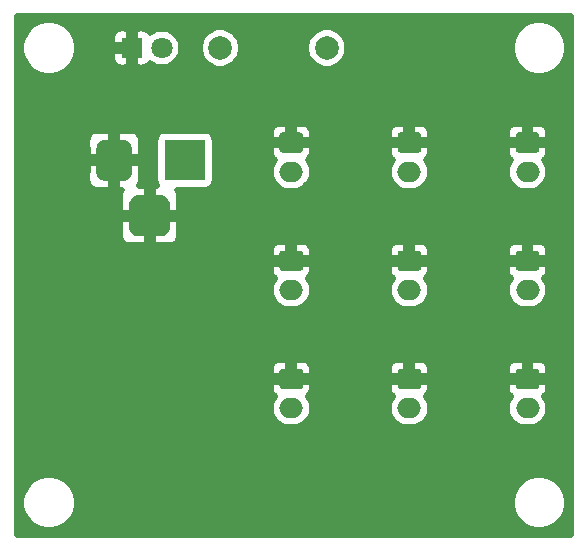
<source format=gbr>
G04 #@! TF.GenerationSoftware,KiCad,Pcbnew,(5.1.4)-1*
G04 #@! TF.CreationDate,2020-10-16T13:25:57+03:00*
G04 #@! TF.ProjectId,12V5A_breakout,31325635-415f-4627-9265-616b6f75742e,rev?*
G04 #@! TF.SameCoordinates,Original*
G04 #@! TF.FileFunction,Copper,L2,Bot*
G04 #@! TF.FilePolarity,Positive*
%FSLAX46Y46*%
G04 Gerber Fmt 4.6, Leading zero omitted, Abs format (unit mm)*
G04 Created by KiCad (PCBNEW (5.1.4)-1) date 2020-10-16 13:25:57*
%MOMM*%
%LPD*%
G04 APERTURE LIST*
%ADD10O,2.000000X1.700000*%
%ADD11C,0.100000*%
%ADD12C,1.700000*%
%ADD13C,2.000000*%
%ADD14C,1.800000*%
%ADD15R,1.800000X1.800000*%
%ADD16C,3.500000*%
%ADD17C,3.000000*%
%ADD18R,3.500000X3.500000*%
%ADD19C,0.500000*%
G04 APERTURE END LIST*
D10*
X109000000Y-53500000D03*
D11*
G36*
X109774504Y-50151204D02*
G01*
X109798773Y-50154804D01*
X109822571Y-50160765D01*
X109845671Y-50169030D01*
X109867849Y-50179520D01*
X109888893Y-50192133D01*
X109908598Y-50206747D01*
X109926777Y-50223223D01*
X109943253Y-50241402D01*
X109957867Y-50261107D01*
X109970480Y-50282151D01*
X109980970Y-50304329D01*
X109989235Y-50327429D01*
X109995196Y-50351227D01*
X109998796Y-50375496D01*
X110000000Y-50400000D01*
X110000000Y-51600000D01*
X109998796Y-51624504D01*
X109995196Y-51648773D01*
X109989235Y-51672571D01*
X109980970Y-51695671D01*
X109970480Y-51717849D01*
X109957867Y-51738893D01*
X109943253Y-51758598D01*
X109926777Y-51776777D01*
X109908598Y-51793253D01*
X109888893Y-51807867D01*
X109867849Y-51820480D01*
X109845671Y-51830970D01*
X109822571Y-51839235D01*
X109798773Y-51845196D01*
X109774504Y-51848796D01*
X109750000Y-51850000D01*
X108250000Y-51850000D01*
X108225496Y-51848796D01*
X108201227Y-51845196D01*
X108177429Y-51839235D01*
X108154329Y-51830970D01*
X108132151Y-51820480D01*
X108111107Y-51807867D01*
X108091402Y-51793253D01*
X108073223Y-51776777D01*
X108056747Y-51758598D01*
X108042133Y-51738893D01*
X108029520Y-51717849D01*
X108019030Y-51695671D01*
X108010765Y-51672571D01*
X108004804Y-51648773D01*
X108001204Y-51624504D01*
X108000000Y-51600000D01*
X108000000Y-50400000D01*
X108001204Y-50375496D01*
X108004804Y-50351227D01*
X108010765Y-50327429D01*
X108019030Y-50304329D01*
X108029520Y-50282151D01*
X108042133Y-50261107D01*
X108056747Y-50241402D01*
X108073223Y-50223223D01*
X108091402Y-50206747D01*
X108111107Y-50192133D01*
X108132151Y-50179520D01*
X108154329Y-50169030D01*
X108177429Y-50160765D01*
X108201227Y-50154804D01*
X108225496Y-50151204D01*
X108250000Y-50150000D01*
X109750000Y-50150000D01*
X109774504Y-50151204D01*
X109774504Y-50151204D01*
G37*
D12*
X109000000Y-51000000D03*
D13*
X93000000Y-43000000D03*
X102000000Y-43000000D03*
D14*
X88040000Y-43000000D03*
D15*
X85500000Y-43000000D03*
D10*
X119000000Y-73500000D03*
D11*
G36*
X119774504Y-70151204D02*
G01*
X119798773Y-70154804D01*
X119822571Y-70160765D01*
X119845671Y-70169030D01*
X119867849Y-70179520D01*
X119888893Y-70192133D01*
X119908598Y-70206747D01*
X119926777Y-70223223D01*
X119943253Y-70241402D01*
X119957867Y-70261107D01*
X119970480Y-70282151D01*
X119980970Y-70304329D01*
X119989235Y-70327429D01*
X119995196Y-70351227D01*
X119998796Y-70375496D01*
X120000000Y-70400000D01*
X120000000Y-71600000D01*
X119998796Y-71624504D01*
X119995196Y-71648773D01*
X119989235Y-71672571D01*
X119980970Y-71695671D01*
X119970480Y-71717849D01*
X119957867Y-71738893D01*
X119943253Y-71758598D01*
X119926777Y-71776777D01*
X119908598Y-71793253D01*
X119888893Y-71807867D01*
X119867849Y-71820480D01*
X119845671Y-71830970D01*
X119822571Y-71839235D01*
X119798773Y-71845196D01*
X119774504Y-71848796D01*
X119750000Y-71850000D01*
X118250000Y-71850000D01*
X118225496Y-71848796D01*
X118201227Y-71845196D01*
X118177429Y-71839235D01*
X118154329Y-71830970D01*
X118132151Y-71820480D01*
X118111107Y-71807867D01*
X118091402Y-71793253D01*
X118073223Y-71776777D01*
X118056747Y-71758598D01*
X118042133Y-71738893D01*
X118029520Y-71717849D01*
X118019030Y-71695671D01*
X118010765Y-71672571D01*
X118004804Y-71648773D01*
X118001204Y-71624504D01*
X118000000Y-71600000D01*
X118000000Y-70400000D01*
X118001204Y-70375496D01*
X118004804Y-70351227D01*
X118010765Y-70327429D01*
X118019030Y-70304329D01*
X118029520Y-70282151D01*
X118042133Y-70261107D01*
X118056747Y-70241402D01*
X118073223Y-70223223D01*
X118091402Y-70206747D01*
X118111107Y-70192133D01*
X118132151Y-70179520D01*
X118154329Y-70169030D01*
X118177429Y-70160765D01*
X118201227Y-70154804D01*
X118225496Y-70151204D01*
X118250000Y-70150000D01*
X119750000Y-70150000D01*
X119774504Y-70151204D01*
X119774504Y-70151204D01*
G37*
D12*
X119000000Y-71000000D03*
D10*
X119000000Y-63500000D03*
D11*
G36*
X119774504Y-60151204D02*
G01*
X119798773Y-60154804D01*
X119822571Y-60160765D01*
X119845671Y-60169030D01*
X119867849Y-60179520D01*
X119888893Y-60192133D01*
X119908598Y-60206747D01*
X119926777Y-60223223D01*
X119943253Y-60241402D01*
X119957867Y-60261107D01*
X119970480Y-60282151D01*
X119980970Y-60304329D01*
X119989235Y-60327429D01*
X119995196Y-60351227D01*
X119998796Y-60375496D01*
X120000000Y-60400000D01*
X120000000Y-61600000D01*
X119998796Y-61624504D01*
X119995196Y-61648773D01*
X119989235Y-61672571D01*
X119980970Y-61695671D01*
X119970480Y-61717849D01*
X119957867Y-61738893D01*
X119943253Y-61758598D01*
X119926777Y-61776777D01*
X119908598Y-61793253D01*
X119888893Y-61807867D01*
X119867849Y-61820480D01*
X119845671Y-61830970D01*
X119822571Y-61839235D01*
X119798773Y-61845196D01*
X119774504Y-61848796D01*
X119750000Y-61850000D01*
X118250000Y-61850000D01*
X118225496Y-61848796D01*
X118201227Y-61845196D01*
X118177429Y-61839235D01*
X118154329Y-61830970D01*
X118132151Y-61820480D01*
X118111107Y-61807867D01*
X118091402Y-61793253D01*
X118073223Y-61776777D01*
X118056747Y-61758598D01*
X118042133Y-61738893D01*
X118029520Y-61717849D01*
X118019030Y-61695671D01*
X118010765Y-61672571D01*
X118004804Y-61648773D01*
X118001204Y-61624504D01*
X118000000Y-61600000D01*
X118000000Y-60400000D01*
X118001204Y-60375496D01*
X118004804Y-60351227D01*
X118010765Y-60327429D01*
X118019030Y-60304329D01*
X118029520Y-60282151D01*
X118042133Y-60261107D01*
X118056747Y-60241402D01*
X118073223Y-60223223D01*
X118091402Y-60206747D01*
X118111107Y-60192133D01*
X118132151Y-60179520D01*
X118154329Y-60169030D01*
X118177429Y-60160765D01*
X118201227Y-60154804D01*
X118225496Y-60151204D01*
X118250000Y-60150000D01*
X119750000Y-60150000D01*
X119774504Y-60151204D01*
X119774504Y-60151204D01*
G37*
D12*
X119000000Y-61000000D03*
D10*
X119000000Y-53500000D03*
D11*
G36*
X119774504Y-50151204D02*
G01*
X119798773Y-50154804D01*
X119822571Y-50160765D01*
X119845671Y-50169030D01*
X119867849Y-50179520D01*
X119888893Y-50192133D01*
X119908598Y-50206747D01*
X119926777Y-50223223D01*
X119943253Y-50241402D01*
X119957867Y-50261107D01*
X119970480Y-50282151D01*
X119980970Y-50304329D01*
X119989235Y-50327429D01*
X119995196Y-50351227D01*
X119998796Y-50375496D01*
X120000000Y-50400000D01*
X120000000Y-51600000D01*
X119998796Y-51624504D01*
X119995196Y-51648773D01*
X119989235Y-51672571D01*
X119980970Y-51695671D01*
X119970480Y-51717849D01*
X119957867Y-51738893D01*
X119943253Y-51758598D01*
X119926777Y-51776777D01*
X119908598Y-51793253D01*
X119888893Y-51807867D01*
X119867849Y-51820480D01*
X119845671Y-51830970D01*
X119822571Y-51839235D01*
X119798773Y-51845196D01*
X119774504Y-51848796D01*
X119750000Y-51850000D01*
X118250000Y-51850000D01*
X118225496Y-51848796D01*
X118201227Y-51845196D01*
X118177429Y-51839235D01*
X118154329Y-51830970D01*
X118132151Y-51820480D01*
X118111107Y-51807867D01*
X118091402Y-51793253D01*
X118073223Y-51776777D01*
X118056747Y-51758598D01*
X118042133Y-51738893D01*
X118029520Y-51717849D01*
X118019030Y-51695671D01*
X118010765Y-51672571D01*
X118004804Y-51648773D01*
X118001204Y-51624504D01*
X118000000Y-51600000D01*
X118000000Y-50400000D01*
X118001204Y-50375496D01*
X118004804Y-50351227D01*
X118010765Y-50327429D01*
X118019030Y-50304329D01*
X118029520Y-50282151D01*
X118042133Y-50261107D01*
X118056747Y-50241402D01*
X118073223Y-50223223D01*
X118091402Y-50206747D01*
X118111107Y-50192133D01*
X118132151Y-50179520D01*
X118154329Y-50169030D01*
X118177429Y-50160765D01*
X118201227Y-50154804D01*
X118225496Y-50151204D01*
X118250000Y-50150000D01*
X119750000Y-50150000D01*
X119774504Y-50151204D01*
X119774504Y-50151204D01*
G37*
D12*
X119000000Y-51000000D03*
D10*
X109000000Y-73500000D03*
D11*
G36*
X109774504Y-70151204D02*
G01*
X109798773Y-70154804D01*
X109822571Y-70160765D01*
X109845671Y-70169030D01*
X109867849Y-70179520D01*
X109888893Y-70192133D01*
X109908598Y-70206747D01*
X109926777Y-70223223D01*
X109943253Y-70241402D01*
X109957867Y-70261107D01*
X109970480Y-70282151D01*
X109980970Y-70304329D01*
X109989235Y-70327429D01*
X109995196Y-70351227D01*
X109998796Y-70375496D01*
X110000000Y-70400000D01*
X110000000Y-71600000D01*
X109998796Y-71624504D01*
X109995196Y-71648773D01*
X109989235Y-71672571D01*
X109980970Y-71695671D01*
X109970480Y-71717849D01*
X109957867Y-71738893D01*
X109943253Y-71758598D01*
X109926777Y-71776777D01*
X109908598Y-71793253D01*
X109888893Y-71807867D01*
X109867849Y-71820480D01*
X109845671Y-71830970D01*
X109822571Y-71839235D01*
X109798773Y-71845196D01*
X109774504Y-71848796D01*
X109750000Y-71850000D01*
X108250000Y-71850000D01*
X108225496Y-71848796D01*
X108201227Y-71845196D01*
X108177429Y-71839235D01*
X108154329Y-71830970D01*
X108132151Y-71820480D01*
X108111107Y-71807867D01*
X108091402Y-71793253D01*
X108073223Y-71776777D01*
X108056747Y-71758598D01*
X108042133Y-71738893D01*
X108029520Y-71717849D01*
X108019030Y-71695671D01*
X108010765Y-71672571D01*
X108004804Y-71648773D01*
X108001204Y-71624504D01*
X108000000Y-71600000D01*
X108000000Y-70400000D01*
X108001204Y-70375496D01*
X108004804Y-70351227D01*
X108010765Y-70327429D01*
X108019030Y-70304329D01*
X108029520Y-70282151D01*
X108042133Y-70261107D01*
X108056747Y-70241402D01*
X108073223Y-70223223D01*
X108091402Y-70206747D01*
X108111107Y-70192133D01*
X108132151Y-70179520D01*
X108154329Y-70169030D01*
X108177429Y-70160765D01*
X108201227Y-70154804D01*
X108225496Y-70151204D01*
X108250000Y-70150000D01*
X109750000Y-70150000D01*
X109774504Y-70151204D01*
X109774504Y-70151204D01*
G37*
D12*
X109000000Y-71000000D03*
D10*
X109000000Y-63500000D03*
D11*
G36*
X109774504Y-60151204D02*
G01*
X109798773Y-60154804D01*
X109822571Y-60160765D01*
X109845671Y-60169030D01*
X109867849Y-60179520D01*
X109888893Y-60192133D01*
X109908598Y-60206747D01*
X109926777Y-60223223D01*
X109943253Y-60241402D01*
X109957867Y-60261107D01*
X109970480Y-60282151D01*
X109980970Y-60304329D01*
X109989235Y-60327429D01*
X109995196Y-60351227D01*
X109998796Y-60375496D01*
X110000000Y-60400000D01*
X110000000Y-61600000D01*
X109998796Y-61624504D01*
X109995196Y-61648773D01*
X109989235Y-61672571D01*
X109980970Y-61695671D01*
X109970480Y-61717849D01*
X109957867Y-61738893D01*
X109943253Y-61758598D01*
X109926777Y-61776777D01*
X109908598Y-61793253D01*
X109888893Y-61807867D01*
X109867849Y-61820480D01*
X109845671Y-61830970D01*
X109822571Y-61839235D01*
X109798773Y-61845196D01*
X109774504Y-61848796D01*
X109750000Y-61850000D01*
X108250000Y-61850000D01*
X108225496Y-61848796D01*
X108201227Y-61845196D01*
X108177429Y-61839235D01*
X108154329Y-61830970D01*
X108132151Y-61820480D01*
X108111107Y-61807867D01*
X108091402Y-61793253D01*
X108073223Y-61776777D01*
X108056747Y-61758598D01*
X108042133Y-61738893D01*
X108029520Y-61717849D01*
X108019030Y-61695671D01*
X108010765Y-61672571D01*
X108004804Y-61648773D01*
X108001204Y-61624504D01*
X108000000Y-61600000D01*
X108000000Y-60400000D01*
X108001204Y-60375496D01*
X108004804Y-60351227D01*
X108010765Y-60327429D01*
X108019030Y-60304329D01*
X108029520Y-60282151D01*
X108042133Y-60261107D01*
X108056747Y-60241402D01*
X108073223Y-60223223D01*
X108091402Y-60206747D01*
X108111107Y-60192133D01*
X108132151Y-60179520D01*
X108154329Y-60169030D01*
X108177429Y-60160765D01*
X108201227Y-60154804D01*
X108225496Y-60151204D01*
X108250000Y-60150000D01*
X109750000Y-60150000D01*
X109774504Y-60151204D01*
X109774504Y-60151204D01*
G37*
D12*
X109000000Y-61000000D03*
D10*
X99000000Y-73500000D03*
D11*
G36*
X99774504Y-70151204D02*
G01*
X99798773Y-70154804D01*
X99822571Y-70160765D01*
X99845671Y-70169030D01*
X99867849Y-70179520D01*
X99888893Y-70192133D01*
X99908598Y-70206747D01*
X99926777Y-70223223D01*
X99943253Y-70241402D01*
X99957867Y-70261107D01*
X99970480Y-70282151D01*
X99980970Y-70304329D01*
X99989235Y-70327429D01*
X99995196Y-70351227D01*
X99998796Y-70375496D01*
X100000000Y-70400000D01*
X100000000Y-71600000D01*
X99998796Y-71624504D01*
X99995196Y-71648773D01*
X99989235Y-71672571D01*
X99980970Y-71695671D01*
X99970480Y-71717849D01*
X99957867Y-71738893D01*
X99943253Y-71758598D01*
X99926777Y-71776777D01*
X99908598Y-71793253D01*
X99888893Y-71807867D01*
X99867849Y-71820480D01*
X99845671Y-71830970D01*
X99822571Y-71839235D01*
X99798773Y-71845196D01*
X99774504Y-71848796D01*
X99750000Y-71850000D01*
X98250000Y-71850000D01*
X98225496Y-71848796D01*
X98201227Y-71845196D01*
X98177429Y-71839235D01*
X98154329Y-71830970D01*
X98132151Y-71820480D01*
X98111107Y-71807867D01*
X98091402Y-71793253D01*
X98073223Y-71776777D01*
X98056747Y-71758598D01*
X98042133Y-71738893D01*
X98029520Y-71717849D01*
X98019030Y-71695671D01*
X98010765Y-71672571D01*
X98004804Y-71648773D01*
X98001204Y-71624504D01*
X98000000Y-71600000D01*
X98000000Y-70400000D01*
X98001204Y-70375496D01*
X98004804Y-70351227D01*
X98010765Y-70327429D01*
X98019030Y-70304329D01*
X98029520Y-70282151D01*
X98042133Y-70261107D01*
X98056747Y-70241402D01*
X98073223Y-70223223D01*
X98091402Y-70206747D01*
X98111107Y-70192133D01*
X98132151Y-70179520D01*
X98154329Y-70169030D01*
X98177429Y-70160765D01*
X98201227Y-70154804D01*
X98225496Y-70151204D01*
X98250000Y-70150000D01*
X99750000Y-70150000D01*
X99774504Y-70151204D01*
X99774504Y-70151204D01*
G37*
D12*
X99000000Y-71000000D03*
D10*
X99000000Y-63500000D03*
D11*
G36*
X99774504Y-60151204D02*
G01*
X99798773Y-60154804D01*
X99822571Y-60160765D01*
X99845671Y-60169030D01*
X99867849Y-60179520D01*
X99888893Y-60192133D01*
X99908598Y-60206747D01*
X99926777Y-60223223D01*
X99943253Y-60241402D01*
X99957867Y-60261107D01*
X99970480Y-60282151D01*
X99980970Y-60304329D01*
X99989235Y-60327429D01*
X99995196Y-60351227D01*
X99998796Y-60375496D01*
X100000000Y-60400000D01*
X100000000Y-61600000D01*
X99998796Y-61624504D01*
X99995196Y-61648773D01*
X99989235Y-61672571D01*
X99980970Y-61695671D01*
X99970480Y-61717849D01*
X99957867Y-61738893D01*
X99943253Y-61758598D01*
X99926777Y-61776777D01*
X99908598Y-61793253D01*
X99888893Y-61807867D01*
X99867849Y-61820480D01*
X99845671Y-61830970D01*
X99822571Y-61839235D01*
X99798773Y-61845196D01*
X99774504Y-61848796D01*
X99750000Y-61850000D01*
X98250000Y-61850000D01*
X98225496Y-61848796D01*
X98201227Y-61845196D01*
X98177429Y-61839235D01*
X98154329Y-61830970D01*
X98132151Y-61820480D01*
X98111107Y-61807867D01*
X98091402Y-61793253D01*
X98073223Y-61776777D01*
X98056747Y-61758598D01*
X98042133Y-61738893D01*
X98029520Y-61717849D01*
X98019030Y-61695671D01*
X98010765Y-61672571D01*
X98004804Y-61648773D01*
X98001204Y-61624504D01*
X98000000Y-61600000D01*
X98000000Y-60400000D01*
X98001204Y-60375496D01*
X98004804Y-60351227D01*
X98010765Y-60327429D01*
X98019030Y-60304329D01*
X98029520Y-60282151D01*
X98042133Y-60261107D01*
X98056747Y-60241402D01*
X98073223Y-60223223D01*
X98091402Y-60206747D01*
X98111107Y-60192133D01*
X98132151Y-60179520D01*
X98154329Y-60169030D01*
X98177429Y-60160765D01*
X98201227Y-60154804D01*
X98225496Y-60151204D01*
X98250000Y-60150000D01*
X99750000Y-60150000D01*
X99774504Y-60151204D01*
X99774504Y-60151204D01*
G37*
D12*
X99000000Y-61000000D03*
D10*
X99000000Y-53500000D03*
D11*
G36*
X99774504Y-50151204D02*
G01*
X99798773Y-50154804D01*
X99822571Y-50160765D01*
X99845671Y-50169030D01*
X99867849Y-50179520D01*
X99888893Y-50192133D01*
X99908598Y-50206747D01*
X99926777Y-50223223D01*
X99943253Y-50241402D01*
X99957867Y-50261107D01*
X99970480Y-50282151D01*
X99980970Y-50304329D01*
X99989235Y-50327429D01*
X99995196Y-50351227D01*
X99998796Y-50375496D01*
X100000000Y-50400000D01*
X100000000Y-51600000D01*
X99998796Y-51624504D01*
X99995196Y-51648773D01*
X99989235Y-51672571D01*
X99980970Y-51695671D01*
X99970480Y-51717849D01*
X99957867Y-51738893D01*
X99943253Y-51758598D01*
X99926777Y-51776777D01*
X99908598Y-51793253D01*
X99888893Y-51807867D01*
X99867849Y-51820480D01*
X99845671Y-51830970D01*
X99822571Y-51839235D01*
X99798773Y-51845196D01*
X99774504Y-51848796D01*
X99750000Y-51850000D01*
X98250000Y-51850000D01*
X98225496Y-51848796D01*
X98201227Y-51845196D01*
X98177429Y-51839235D01*
X98154329Y-51830970D01*
X98132151Y-51820480D01*
X98111107Y-51807867D01*
X98091402Y-51793253D01*
X98073223Y-51776777D01*
X98056747Y-51758598D01*
X98042133Y-51738893D01*
X98029520Y-51717849D01*
X98019030Y-51695671D01*
X98010765Y-51672571D01*
X98004804Y-51648773D01*
X98001204Y-51624504D01*
X98000000Y-51600000D01*
X98000000Y-50400000D01*
X98001204Y-50375496D01*
X98004804Y-50351227D01*
X98010765Y-50327429D01*
X98019030Y-50304329D01*
X98029520Y-50282151D01*
X98042133Y-50261107D01*
X98056747Y-50241402D01*
X98073223Y-50223223D01*
X98091402Y-50206747D01*
X98111107Y-50192133D01*
X98132151Y-50179520D01*
X98154329Y-50169030D01*
X98177429Y-50160765D01*
X98201227Y-50154804D01*
X98225496Y-50151204D01*
X98250000Y-50150000D01*
X99750000Y-50150000D01*
X99774504Y-50151204D01*
X99774504Y-50151204D01*
G37*
D12*
X99000000Y-51000000D03*
D11*
G36*
X87960765Y-55454213D02*
G01*
X88045704Y-55466813D01*
X88128999Y-55487677D01*
X88209848Y-55516605D01*
X88287472Y-55553319D01*
X88361124Y-55597464D01*
X88430094Y-55648616D01*
X88493718Y-55706282D01*
X88551384Y-55769906D01*
X88602536Y-55838876D01*
X88646681Y-55912528D01*
X88683395Y-55990152D01*
X88712323Y-56071001D01*
X88733187Y-56154296D01*
X88745787Y-56239235D01*
X88750000Y-56325000D01*
X88750000Y-58075000D01*
X88745787Y-58160765D01*
X88733187Y-58245704D01*
X88712323Y-58328999D01*
X88683395Y-58409848D01*
X88646681Y-58487472D01*
X88602536Y-58561124D01*
X88551384Y-58630094D01*
X88493718Y-58693718D01*
X88430094Y-58751384D01*
X88361124Y-58802536D01*
X88287472Y-58846681D01*
X88209848Y-58883395D01*
X88128999Y-58912323D01*
X88045704Y-58933187D01*
X87960765Y-58945787D01*
X87875000Y-58950000D01*
X86125000Y-58950000D01*
X86039235Y-58945787D01*
X85954296Y-58933187D01*
X85871001Y-58912323D01*
X85790152Y-58883395D01*
X85712528Y-58846681D01*
X85638876Y-58802536D01*
X85569906Y-58751384D01*
X85506282Y-58693718D01*
X85448616Y-58630094D01*
X85397464Y-58561124D01*
X85353319Y-58487472D01*
X85316605Y-58409848D01*
X85287677Y-58328999D01*
X85266813Y-58245704D01*
X85254213Y-58160765D01*
X85250000Y-58075000D01*
X85250000Y-56325000D01*
X85254213Y-56239235D01*
X85266813Y-56154296D01*
X85287677Y-56071001D01*
X85316605Y-55990152D01*
X85353319Y-55912528D01*
X85397464Y-55838876D01*
X85448616Y-55769906D01*
X85506282Y-55706282D01*
X85569906Y-55648616D01*
X85638876Y-55597464D01*
X85712528Y-55553319D01*
X85790152Y-55516605D01*
X85871001Y-55487677D01*
X85954296Y-55466813D01*
X86039235Y-55454213D01*
X86125000Y-55450000D01*
X87875000Y-55450000D01*
X87960765Y-55454213D01*
X87960765Y-55454213D01*
G37*
D16*
X87000000Y-57200000D03*
D11*
G36*
X84823513Y-50753611D02*
G01*
X84896318Y-50764411D01*
X84967714Y-50782295D01*
X85037013Y-50807090D01*
X85103548Y-50838559D01*
X85166678Y-50876398D01*
X85225795Y-50920242D01*
X85280330Y-50969670D01*
X85329758Y-51024205D01*
X85373602Y-51083322D01*
X85411441Y-51146452D01*
X85442910Y-51212987D01*
X85467705Y-51282286D01*
X85485589Y-51353682D01*
X85496389Y-51426487D01*
X85500000Y-51500000D01*
X85500000Y-53500000D01*
X85496389Y-53573513D01*
X85485589Y-53646318D01*
X85467705Y-53717714D01*
X85442910Y-53787013D01*
X85411441Y-53853548D01*
X85373602Y-53916678D01*
X85329758Y-53975795D01*
X85280330Y-54030330D01*
X85225795Y-54079758D01*
X85166678Y-54123602D01*
X85103548Y-54161441D01*
X85037013Y-54192910D01*
X84967714Y-54217705D01*
X84896318Y-54235589D01*
X84823513Y-54246389D01*
X84750000Y-54250000D01*
X83250000Y-54250000D01*
X83176487Y-54246389D01*
X83103682Y-54235589D01*
X83032286Y-54217705D01*
X82962987Y-54192910D01*
X82896452Y-54161441D01*
X82833322Y-54123602D01*
X82774205Y-54079758D01*
X82719670Y-54030330D01*
X82670242Y-53975795D01*
X82626398Y-53916678D01*
X82588559Y-53853548D01*
X82557090Y-53787013D01*
X82532295Y-53717714D01*
X82514411Y-53646318D01*
X82503611Y-53573513D01*
X82500000Y-53500000D01*
X82500000Y-51500000D01*
X82503611Y-51426487D01*
X82514411Y-51353682D01*
X82532295Y-51282286D01*
X82557090Y-51212987D01*
X82588559Y-51146452D01*
X82626398Y-51083322D01*
X82670242Y-51024205D01*
X82719670Y-50969670D01*
X82774205Y-50920242D01*
X82833322Y-50876398D01*
X82896452Y-50838559D01*
X82962987Y-50807090D01*
X83032286Y-50782295D01*
X83103682Y-50764411D01*
X83176487Y-50753611D01*
X83250000Y-50750000D01*
X84750000Y-50750000D01*
X84823513Y-50753611D01*
X84823513Y-50753611D01*
G37*
D17*
X84000000Y-52500000D03*
D18*
X90000000Y-52500000D03*
D19*
G36*
X122725001Y-84225000D02*
G01*
X75775000Y-84225000D01*
X75775000Y-81268545D01*
X76150000Y-81268545D01*
X76150000Y-81731455D01*
X76240309Y-82185470D01*
X76417457Y-82613143D01*
X76674636Y-82998038D01*
X77001962Y-83325364D01*
X77386857Y-83582543D01*
X77814530Y-83759691D01*
X78268545Y-83850000D01*
X78731455Y-83850000D01*
X79185470Y-83759691D01*
X79613143Y-83582543D01*
X79998038Y-83325364D01*
X80325364Y-82998038D01*
X80582543Y-82613143D01*
X80759691Y-82185470D01*
X80850000Y-81731455D01*
X80850000Y-81268545D01*
X117650000Y-81268545D01*
X117650000Y-81731455D01*
X117740309Y-82185470D01*
X117917457Y-82613143D01*
X118174636Y-82998038D01*
X118501962Y-83325364D01*
X118886857Y-83582543D01*
X119314530Y-83759691D01*
X119768545Y-83850000D01*
X120231455Y-83850000D01*
X120685470Y-83759691D01*
X121113143Y-83582543D01*
X121498038Y-83325364D01*
X121825364Y-82998038D01*
X122082543Y-82613143D01*
X122259691Y-82185470D01*
X122350000Y-81731455D01*
X122350000Y-81268545D01*
X122259691Y-80814530D01*
X122082543Y-80386857D01*
X121825364Y-80001962D01*
X121498038Y-79674636D01*
X121113143Y-79417457D01*
X120685470Y-79240309D01*
X120231455Y-79150000D01*
X119768545Y-79150000D01*
X119314530Y-79240309D01*
X118886857Y-79417457D01*
X118501962Y-79674636D01*
X118174636Y-80001962D01*
X117917457Y-80386857D01*
X117740309Y-80814530D01*
X117650000Y-81268545D01*
X80850000Y-81268545D01*
X80759691Y-80814530D01*
X80582543Y-80386857D01*
X80325364Y-80001962D01*
X79998038Y-79674636D01*
X79613143Y-79417457D01*
X79185470Y-79240309D01*
X78731455Y-79150000D01*
X78268545Y-79150000D01*
X77814530Y-79240309D01*
X77386857Y-79417457D01*
X77001962Y-79674636D01*
X76674636Y-80001962D01*
X76417457Y-80386857D01*
X76240309Y-80814530D01*
X76150000Y-81268545D01*
X75775000Y-81268545D01*
X75775000Y-73500000D01*
X97242259Y-73500000D01*
X97273151Y-73813655D01*
X97364641Y-74115256D01*
X97513212Y-74393213D01*
X97713155Y-74636845D01*
X97956787Y-74836788D01*
X98234744Y-74985359D01*
X98536345Y-75076849D01*
X98771403Y-75100000D01*
X99228597Y-75100000D01*
X99463655Y-75076849D01*
X99765256Y-74985359D01*
X100043213Y-74836788D01*
X100286845Y-74636845D01*
X100486788Y-74393213D01*
X100635359Y-74115256D01*
X100726849Y-73813655D01*
X100757741Y-73500000D01*
X107242259Y-73500000D01*
X107273151Y-73813655D01*
X107364641Y-74115256D01*
X107513212Y-74393213D01*
X107713155Y-74636845D01*
X107956787Y-74836788D01*
X108234744Y-74985359D01*
X108536345Y-75076849D01*
X108771403Y-75100000D01*
X109228597Y-75100000D01*
X109463655Y-75076849D01*
X109765256Y-74985359D01*
X110043213Y-74836788D01*
X110286845Y-74636845D01*
X110486788Y-74393213D01*
X110635359Y-74115256D01*
X110726849Y-73813655D01*
X110757741Y-73500000D01*
X117242259Y-73500000D01*
X117273151Y-73813655D01*
X117364641Y-74115256D01*
X117513212Y-74393213D01*
X117713155Y-74636845D01*
X117956787Y-74836788D01*
X118234744Y-74985359D01*
X118536345Y-75076849D01*
X118771403Y-75100000D01*
X119228597Y-75100000D01*
X119463655Y-75076849D01*
X119765256Y-74985359D01*
X120043213Y-74836788D01*
X120286845Y-74636845D01*
X120486788Y-74393213D01*
X120635359Y-74115256D01*
X120726849Y-73813655D01*
X120757741Y-73500000D01*
X120726849Y-73186345D01*
X120635359Y-72884744D01*
X120486788Y-72606787D01*
X120391772Y-72491010D01*
X120418694Y-72476620D01*
X120532896Y-72382896D01*
X120626620Y-72268694D01*
X120696262Y-72138401D01*
X120739148Y-71997026D01*
X120753629Y-71850000D01*
X120750000Y-71437500D01*
X120562500Y-71250000D01*
X119250000Y-71250000D01*
X119250000Y-71270000D01*
X118750000Y-71270000D01*
X118750000Y-71250000D01*
X117437500Y-71250000D01*
X117250000Y-71437500D01*
X117246371Y-71850000D01*
X117260852Y-71997026D01*
X117303738Y-72138401D01*
X117373380Y-72268694D01*
X117467104Y-72382896D01*
X117581306Y-72476620D01*
X117608228Y-72491010D01*
X117513212Y-72606787D01*
X117364641Y-72884744D01*
X117273151Y-73186345D01*
X117242259Y-73500000D01*
X110757741Y-73500000D01*
X110726849Y-73186345D01*
X110635359Y-72884744D01*
X110486788Y-72606787D01*
X110391772Y-72491010D01*
X110418694Y-72476620D01*
X110532896Y-72382896D01*
X110626620Y-72268694D01*
X110696262Y-72138401D01*
X110739148Y-71997026D01*
X110753629Y-71850000D01*
X110750000Y-71437500D01*
X110562500Y-71250000D01*
X109250000Y-71250000D01*
X109250000Y-71270000D01*
X108750000Y-71270000D01*
X108750000Y-71250000D01*
X107437500Y-71250000D01*
X107250000Y-71437500D01*
X107246371Y-71850000D01*
X107260852Y-71997026D01*
X107303738Y-72138401D01*
X107373380Y-72268694D01*
X107467104Y-72382896D01*
X107581306Y-72476620D01*
X107608228Y-72491010D01*
X107513212Y-72606787D01*
X107364641Y-72884744D01*
X107273151Y-73186345D01*
X107242259Y-73500000D01*
X100757741Y-73500000D01*
X100726849Y-73186345D01*
X100635359Y-72884744D01*
X100486788Y-72606787D01*
X100391772Y-72491010D01*
X100418694Y-72476620D01*
X100532896Y-72382896D01*
X100626620Y-72268694D01*
X100696262Y-72138401D01*
X100739148Y-71997026D01*
X100753629Y-71850000D01*
X100750000Y-71437500D01*
X100562500Y-71250000D01*
X99250000Y-71250000D01*
X99250000Y-71270000D01*
X98750000Y-71270000D01*
X98750000Y-71250000D01*
X97437500Y-71250000D01*
X97250000Y-71437500D01*
X97246371Y-71850000D01*
X97260852Y-71997026D01*
X97303738Y-72138401D01*
X97373380Y-72268694D01*
X97467104Y-72382896D01*
X97581306Y-72476620D01*
X97608228Y-72491010D01*
X97513212Y-72606787D01*
X97364641Y-72884744D01*
X97273151Y-73186345D01*
X97242259Y-73500000D01*
X75775000Y-73500000D01*
X75775000Y-70150000D01*
X97246371Y-70150000D01*
X97250000Y-70562500D01*
X97437500Y-70750000D01*
X98750000Y-70750000D01*
X98750000Y-69587500D01*
X99250000Y-69587500D01*
X99250000Y-70750000D01*
X100562500Y-70750000D01*
X100750000Y-70562500D01*
X100753629Y-70150000D01*
X107246371Y-70150000D01*
X107250000Y-70562500D01*
X107437500Y-70750000D01*
X108750000Y-70750000D01*
X108750000Y-69587500D01*
X109250000Y-69587500D01*
X109250000Y-70750000D01*
X110562500Y-70750000D01*
X110750000Y-70562500D01*
X110753629Y-70150000D01*
X117246371Y-70150000D01*
X117250000Y-70562500D01*
X117437500Y-70750000D01*
X118750000Y-70750000D01*
X118750000Y-69587500D01*
X119250000Y-69587500D01*
X119250000Y-70750000D01*
X120562500Y-70750000D01*
X120750000Y-70562500D01*
X120753629Y-70150000D01*
X120739148Y-70002974D01*
X120696262Y-69861599D01*
X120626620Y-69731306D01*
X120532896Y-69617104D01*
X120418694Y-69523380D01*
X120288401Y-69453738D01*
X120147026Y-69410852D01*
X120000000Y-69396371D01*
X119437500Y-69400000D01*
X119250000Y-69587500D01*
X118750000Y-69587500D01*
X118562500Y-69400000D01*
X118000000Y-69396371D01*
X117852974Y-69410852D01*
X117711599Y-69453738D01*
X117581306Y-69523380D01*
X117467104Y-69617104D01*
X117373380Y-69731306D01*
X117303738Y-69861599D01*
X117260852Y-70002974D01*
X117246371Y-70150000D01*
X110753629Y-70150000D01*
X110739148Y-70002974D01*
X110696262Y-69861599D01*
X110626620Y-69731306D01*
X110532896Y-69617104D01*
X110418694Y-69523380D01*
X110288401Y-69453738D01*
X110147026Y-69410852D01*
X110000000Y-69396371D01*
X109437500Y-69400000D01*
X109250000Y-69587500D01*
X108750000Y-69587500D01*
X108562500Y-69400000D01*
X108000000Y-69396371D01*
X107852974Y-69410852D01*
X107711599Y-69453738D01*
X107581306Y-69523380D01*
X107467104Y-69617104D01*
X107373380Y-69731306D01*
X107303738Y-69861599D01*
X107260852Y-70002974D01*
X107246371Y-70150000D01*
X100753629Y-70150000D01*
X100739148Y-70002974D01*
X100696262Y-69861599D01*
X100626620Y-69731306D01*
X100532896Y-69617104D01*
X100418694Y-69523380D01*
X100288401Y-69453738D01*
X100147026Y-69410852D01*
X100000000Y-69396371D01*
X99437500Y-69400000D01*
X99250000Y-69587500D01*
X98750000Y-69587500D01*
X98562500Y-69400000D01*
X98000000Y-69396371D01*
X97852974Y-69410852D01*
X97711599Y-69453738D01*
X97581306Y-69523380D01*
X97467104Y-69617104D01*
X97373380Y-69731306D01*
X97303738Y-69861599D01*
X97260852Y-70002974D01*
X97246371Y-70150000D01*
X75775000Y-70150000D01*
X75775000Y-63500000D01*
X97242259Y-63500000D01*
X97273151Y-63813655D01*
X97364641Y-64115256D01*
X97513212Y-64393213D01*
X97713155Y-64636845D01*
X97956787Y-64836788D01*
X98234744Y-64985359D01*
X98536345Y-65076849D01*
X98771403Y-65100000D01*
X99228597Y-65100000D01*
X99463655Y-65076849D01*
X99765256Y-64985359D01*
X100043213Y-64836788D01*
X100286845Y-64636845D01*
X100486788Y-64393213D01*
X100635359Y-64115256D01*
X100726849Y-63813655D01*
X100757741Y-63500000D01*
X107242259Y-63500000D01*
X107273151Y-63813655D01*
X107364641Y-64115256D01*
X107513212Y-64393213D01*
X107713155Y-64636845D01*
X107956787Y-64836788D01*
X108234744Y-64985359D01*
X108536345Y-65076849D01*
X108771403Y-65100000D01*
X109228597Y-65100000D01*
X109463655Y-65076849D01*
X109765256Y-64985359D01*
X110043213Y-64836788D01*
X110286845Y-64636845D01*
X110486788Y-64393213D01*
X110635359Y-64115256D01*
X110726849Y-63813655D01*
X110757741Y-63500000D01*
X117242259Y-63500000D01*
X117273151Y-63813655D01*
X117364641Y-64115256D01*
X117513212Y-64393213D01*
X117713155Y-64636845D01*
X117956787Y-64836788D01*
X118234744Y-64985359D01*
X118536345Y-65076849D01*
X118771403Y-65100000D01*
X119228597Y-65100000D01*
X119463655Y-65076849D01*
X119765256Y-64985359D01*
X120043213Y-64836788D01*
X120286845Y-64636845D01*
X120486788Y-64393213D01*
X120635359Y-64115256D01*
X120726849Y-63813655D01*
X120757741Y-63500000D01*
X120726849Y-63186345D01*
X120635359Y-62884744D01*
X120486788Y-62606787D01*
X120391772Y-62491010D01*
X120418694Y-62476620D01*
X120532896Y-62382896D01*
X120626620Y-62268694D01*
X120696262Y-62138401D01*
X120739148Y-61997026D01*
X120753629Y-61850000D01*
X120750000Y-61437500D01*
X120562500Y-61250000D01*
X119250000Y-61250000D01*
X119250000Y-61270000D01*
X118750000Y-61270000D01*
X118750000Y-61250000D01*
X117437500Y-61250000D01*
X117250000Y-61437500D01*
X117246371Y-61850000D01*
X117260852Y-61997026D01*
X117303738Y-62138401D01*
X117373380Y-62268694D01*
X117467104Y-62382896D01*
X117581306Y-62476620D01*
X117608228Y-62491010D01*
X117513212Y-62606787D01*
X117364641Y-62884744D01*
X117273151Y-63186345D01*
X117242259Y-63500000D01*
X110757741Y-63500000D01*
X110726849Y-63186345D01*
X110635359Y-62884744D01*
X110486788Y-62606787D01*
X110391772Y-62491010D01*
X110418694Y-62476620D01*
X110532896Y-62382896D01*
X110626620Y-62268694D01*
X110696262Y-62138401D01*
X110739148Y-61997026D01*
X110753629Y-61850000D01*
X110750000Y-61437500D01*
X110562500Y-61250000D01*
X109250000Y-61250000D01*
X109250000Y-61270000D01*
X108750000Y-61270000D01*
X108750000Y-61250000D01*
X107437500Y-61250000D01*
X107250000Y-61437500D01*
X107246371Y-61850000D01*
X107260852Y-61997026D01*
X107303738Y-62138401D01*
X107373380Y-62268694D01*
X107467104Y-62382896D01*
X107581306Y-62476620D01*
X107608228Y-62491010D01*
X107513212Y-62606787D01*
X107364641Y-62884744D01*
X107273151Y-63186345D01*
X107242259Y-63500000D01*
X100757741Y-63500000D01*
X100726849Y-63186345D01*
X100635359Y-62884744D01*
X100486788Y-62606787D01*
X100391772Y-62491010D01*
X100418694Y-62476620D01*
X100532896Y-62382896D01*
X100626620Y-62268694D01*
X100696262Y-62138401D01*
X100739148Y-61997026D01*
X100753629Y-61850000D01*
X100750000Y-61437500D01*
X100562500Y-61250000D01*
X99250000Y-61250000D01*
X99250000Y-61270000D01*
X98750000Y-61270000D01*
X98750000Y-61250000D01*
X97437500Y-61250000D01*
X97250000Y-61437500D01*
X97246371Y-61850000D01*
X97260852Y-61997026D01*
X97303738Y-62138401D01*
X97373380Y-62268694D01*
X97467104Y-62382896D01*
X97581306Y-62476620D01*
X97608228Y-62491010D01*
X97513212Y-62606787D01*
X97364641Y-62884744D01*
X97273151Y-63186345D01*
X97242259Y-63500000D01*
X75775000Y-63500000D01*
X75775000Y-60150000D01*
X97246371Y-60150000D01*
X97250000Y-60562500D01*
X97437500Y-60750000D01*
X98750000Y-60750000D01*
X98750000Y-59587500D01*
X99250000Y-59587500D01*
X99250000Y-60750000D01*
X100562500Y-60750000D01*
X100750000Y-60562500D01*
X100753629Y-60150000D01*
X107246371Y-60150000D01*
X107250000Y-60562500D01*
X107437500Y-60750000D01*
X108750000Y-60750000D01*
X108750000Y-59587500D01*
X109250000Y-59587500D01*
X109250000Y-60750000D01*
X110562500Y-60750000D01*
X110750000Y-60562500D01*
X110753629Y-60150000D01*
X117246371Y-60150000D01*
X117250000Y-60562500D01*
X117437500Y-60750000D01*
X118750000Y-60750000D01*
X118750000Y-59587500D01*
X119250000Y-59587500D01*
X119250000Y-60750000D01*
X120562500Y-60750000D01*
X120750000Y-60562500D01*
X120753629Y-60150000D01*
X120739148Y-60002974D01*
X120696262Y-59861599D01*
X120626620Y-59731306D01*
X120532896Y-59617104D01*
X120418694Y-59523380D01*
X120288401Y-59453738D01*
X120147026Y-59410852D01*
X120000000Y-59396371D01*
X119437500Y-59400000D01*
X119250000Y-59587500D01*
X118750000Y-59587500D01*
X118562500Y-59400000D01*
X118000000Y-59396371D01*
X117852974Y-59410852D01*
X117711599Y-59453738D01*
X117581306Y-59523380D01*
X117467104Y-59617104D01*
X117373380Y-59731306D01*
X117303738Y-59861599D01*
X117260852Y-60002974D01*
X117246371Y-60150000D01*
X110753629Y-60150000D01*
X110739148Y-60002974D01*
X110696262Y-59861599D01*
X110626620Y-59731306D01*
X110532896Y-59617104D01*
X110418694Y-59523380D01*
X110288401Y-59453738D01*
X110147026Y-59410852D01*
X110000000Y-59396371D01*
X109437500Y-59400000D01*
X109250000Y-59587500D01*
X108750000Y-59587500D01*
X108562500Y-59400000D01*
X108000000Y-59396371D01*
X107852974Y-59410852D01*
X107711599Y-59453738D01*
X107581306Y-59523380D01*
X107467104Y-59617104D01*
X107373380Y-59731306D01*
X107303738Y-59861599D01*
X107260852Y-60002974D01*
X107246371Y-60150000D01*
X100753629Y-60150000D01*
X100739148Y-60002974D01*
X100696262Y-59861599D01*
X100626620Y-59731306D01*
X100532896Y-59617104D01*
X100418694Y-59523380D01*
X100288401Y-59453738D01*
X100147026Y-59410852D01*
X100000000Y-59396371D01*
X99437500Y-59400000D01*
X99250000Y-59587500D01*
X98750000Y-59587500D01*
X98562500Y-59400000D01*
X98000000Y-59396371D01*
X97852974Y-59410852D01*
X97711599Y-59453738D01*
X97581306Y-59523380D01*
X97467104Y-59617104D01*
X97373380Y-59731306D01*
X97303738Y-59861599D01*
X97260852Y-60002974D01*
X97246371Y-60150000D01*
X75775000Y-60150000D01*
X75775000Y-58950000D01*
X84496371Y-58950000D01*
X84510852Y-59097026D01*
X84553738Y-59238401D01*
X84623380Y-59368694D01*
X84717104Y-59482896D01*
X84831306Y-59576620D01*
X84961599Y-59646262D01*
X85102974Y-59689148D01*
X85250000Y-59703629D01*
X86562500Y-59700000D01*
X86750000Y-59512500D01*
X86750000Y-57450000D01*
X87250000Y-57450000D01*
X87250000Y-59512500D01*
X87437500Y-59700000D01*
X88750000Y-59703629D01*
X88897026Y-59689148D01*
X89038401Y-59646262D01*
X89168694Y-59576620D01*
X89282896Y-59482896D01*
X89376620Y-59368694D01*
X89446262Y-59238401D01*
X89489148Y-59097026D01*
X89503629Y-58950000D01*
X89500000Y-57637500D01*
X89312500Y-57450000D01*
X87250000Y-57450000D01*
X86750000Y-57450000D01*
X84687500Y-57450000D01*
X84500000Y-57637500D01*
X84496371Y-58950000D01*
X75775000Y-58950000D01*
X75775000Y-54250000D01*
X81746371Y-54250000D01*
X81760852Y-54397026D01*
X81803738Y-54538401D01*
X81873380Y-54668694D01*
X81967104Y-54782896D01*
X82081306Y-54876620D01*
X82211599Y-54946262D01*
X82352974Y-54989148D01*
X82500000Y-55003629D01*
X83562500Y-55000000D01*
X83750000Y-54812500D01*
X83750000Y-52750000D01*
X84250000Y-52750000D01*
X84250000Y-54812500D01*
X84437500Y-55000000D01*
X84648481Y-55000721D01*
X84623380Y-55031306D01*
X84553738Y-55161599D01*
X84510852Y-55302974D01*
X84496371Y-55450000D01*
X84500000Y-56762500D01*
X84687500Y-56950000D01*
X86750000Y-56950000D01*
X86750000Y-54887500D01*
X87250000Y-54887500D01*
X87250000Y-56950000D01*
X89312500Y-56950000D01*
X89500000Y-56762500D01*
X89503629Y-55450000D01*
X89489148Y-55302974D01*
X89446262Y-55161599D01*
X89376620Y-55031306D01*
X89353905Y-55003628D01*
X91750000Y-55003628D01*
X91897026Y-54989147D01*
X92038401Y-54946261D01*
X92168693Y-54876619D01*
X92282895Y-54782895D01*
X92376619Y-54668693D01*
X92446261Y-54538401D01*
X92489147Y-54397026D01*
X92503628Y-54250000D01*
X92503628Y-53500000D01*
X97242259Y-53500000D01*
X97273151Y-53813655D01*
X97364641Y-54115256D01*
X97513212Y-54393213D01*
X97713155Y-54636845D01*
X97956787Y-54836788D01*
X98234744Y-54985359D01*
X98536345Y-55076849D01*
X98771403Y-55100000D01*
X99228597Y-55100000D01*
X99463655Y-55076849D01*
X99765256Y-54985359D01*
X100043213Y-54836788D01*
X100286845Y-54636845D01*
X100486788Y-54393213D01*
X100635359Y-54115256D01*
X100726849Y-53813655D01*
X100757741Y-53500000D01*
X107242259Y-53500000D01*
X107273151Y-53813655D01*
X107364641Y-54115256D01*
X107513212Y-54393213D01*
X107713155Y-54636845D01*
X107956787Y-54836788D01*
X108234744Y-54985359D01*
X108536345Y-55076849D01*
X108771403Y-55100000D01*
X109228597Y-55100000D01*
X109463655Y-55076849D01*
X109765256Y-54985359D01*
X110043213Y-54836788D01*
X110286845Y-54636845D01*
X110486788Y-54393213D01*
X110635359Y-54115256D01*
X110726849Y-53813655D01*
X110757741Y-53500000D01*
X117242259Y-53500000D01*
X117273151Y-53813655D01*
X117364641Y-54115256D01*
X117513212Y-54393213D01*
X117713155Y-54636845D01*
X117956787Y-54836788D01*
X118234744Y-54985359D01*
X118536345Y-55076849D01*
X118771403Y-55100000D01*
X119228597Y-55100000D01*
X119463655Y-55076849D01*
X119765256Y-54985359D01*
X120043213Y-54836788D01*
X120286845Y-54636845D01*
X120486788Y-54393213D01*
X120635359Y-54115256D01*
X120726849Y-53813655D01*
X120757741Y-53500000D01*
X120726849Y-53186345D01*
X120635359Y-52884744D01*
X120486788Y-52606787D01*
X120391772Y-52491010D01*
X120418694Y-52476620D01*
X120532896Y-52382896D01*
X120626620Y-52268694D01*
X120696262Y-52138401D01*
X120739148Y-51997026D01*
X120753629Y-51850000D01*
X120750000Y-51437500D01*
X120562500Y-51250000D01*
X119250000Y-51250000D01*
X119250000Y-51270000D01*
X118750000Y-51270000D01*
X118750000Y-51250000D01*
X117437500Y-51250000D01*
X117250000Y-51437500D01*
X117246371Y-51850000D01*
X117260852Y-51997026D01*
X117303738Y-52138401D01*
X117373380Y-52268694D01*
X117467104Y-52382896D01*
X117581306Y-52476620D01*
X117608228Y-52491010D01*
X117513212Y-52606787D01*
X117364641Y-52884744D01*
X117273151Y-53186345D01*
X117242259Y-53500000D01*
X110757741Y-53500000D01*
X110726849Y-53186345D01*
X110635359Y-52884744D01*
X110486788Y-52606787D01*
X110391772Y-52491010D01*
X110418694Y-52476620D01*
X110532896Y-52382896D01*
X110626620Y-52268694D01*
X110696262Y-52138401D01*
X110739148Y-51997026D01*
X110753629Y-51850000D01*
X110750000Y-51437500D01*
X110562500Y-51250000D01*
X109250000Y-51250000D01*
X109250000Y-51270000D01*
X108750000Y-51270000D01*
X108750000Y-51250000D01*
X107437500Y-51250000D01*
X107250000Y-51437500D01*
X107246371Y-51850000D01*
X107260852Y-51997026D01*
X107303738Y-52138401D01*
X107373380Y-52268694D01*
X107467104Y-52382896D01*
X107581306Y-52476620D01*
X107608228Y-52491010D01*
X107513212Y-52606787D01*
X107364641Y-52884744D01*
X107273151Y-53186345D01*
X107242259Y-53500000D01*
X100757741Y-53500000D01*
X100726849Y-53186345D01*
X100635359Y-52884744D01*
X100486788Y-52606787D01*
X100391772Y-52491010D01*
X100418694Y-52476620D01*
X100532896Y-52382896D01*
X100626620Y-52268694D01*
X100696262Y-52138401D01*
X100739148Y-51997026D01*
X100753629Y-51850000D01*
X100750000Y-51437500D01*
X100562500Y-51250000D01*
X99250000Y-51250000D01*
X99250000Y-51270000D01*
X98750000Y-51270000D01*
X98750000Y-51250000D01*
X97437500Y-51250000D01*
X97250000Y-51437500D01*
X97246371Y-51850000D01*
X97260852Y-51997026D01*
X97303738Y-52138401D01*
X97373380Y-52268694D01*
X97467104Y-52382896D01*
X97581306Y-52476620D01*
X97608228Y-52491010D01*
X97513212Y-52606787D01*
X97364641Y-52884744D01*
X97273151Y-53186345D01*
X97242259Y-53500000D01*
X92503628Y-53500000D01*
X92503628Y-50750000D01*
X92489147Y-50602974D01*
X92446261Y-50461599D01*
X92376619Y-50331307D01*
X92282895Y-50217105D01*
X92201129Y-50150000D01*
X97246371Y-50150000D01*
X97250000Y-50562500D01*
X97437500Y-50750000D01*
X98750000Y-50750000D01*
X98750000Y-49587500D01*
X99250000Y-49587500D01*
X99250000Y-50750000D01*
X100562500Y-50750000D01*
X100750000Y-50562500D01*
X100753629Y-50150000D01*
X107246371Y-50150000D01*
X107250000Y-50562500D01*
X107437500Y-50750000D01*
X108750000Y-50750000D01*
X108750000Y-49587500D01*
X109250000Y-49587500D01*
X109250000Y-50750000D01*
X110562500Y-50750000D01*
X110750000Y-50562500D01*
X110753629Y-50150000D01*
X117246371Y-50150000D01*
X117250000Y-50562500D01*
X117437500Y-50750000D01*
X118750000Y-50750000D01*
X118750000Y-49587500D01*
X119250000Y-49587500D01*
X119250000Y-50750000D01*
X120562500Y-50750000D01*
X120750000Y-50562500D01*
X120753629Y-50150000D01*
X120739148Y-50002974D01*
X120696262Y-49861599D01*
X120626620Y-49731306D01*
X120532896Y-49617104D01*
X120418694Y-49523380D01*
X120288401Y-49453738D01*
X120147026Y-49410852D01*
X120000000Y-49396371D01*
X119437500Y-49400000D01*
X119250000Y-49587500D01*
X118750000Y-49587500D01*
X118562500Y-49400000D01*
X118000000Y-49396371D01*
X117852974Y-49410852D01*
X117711599Y-49453738D01*
X117581306Y-49523380D01*
X117467104Y-49617104D01*
X117373380Y-49731306D01*
X117303738Y-49861599D01*
X117260852Y-50002974D01*
X117246371Y-50150000D01*
X110753629Y-50150000D01*
X110739148Y-50002974D01*
X110696262Y-49861599D01*
X110626620Y-49731306D01*
X110532896Y-49617104D01*
X110418694Y-49523380D01*
X110288401Y-49453738D01*
X110147026Y-49410852D01*
X110000000Y-49396371D01*
X109437500Y-49400000D01*
X109250000Y-49587500D01*
X108750000Y-49587500D01*
X108562500Y-49400000D01*
X108000000Y-49396371D01*
X107852974Y-49410852D01*
X107711599Y-49453738D01*
X107581306Y-49523380D01*
X107467104Y-49617104D01*
X107373380Y-49731306D01*
X107303738Y-49861599D01*
X107260852Y-50002974D01*
X107246371Y-50150000D01*
X100753629Y-50150000D01*
X100739148Y-50002974D01*
X100696262Y-49861599D01*
X100626620Y-49731306D01*
X100532896Y-49617104D01*
X100418694Y-49523380D01*
X100288401Y-49453738D01*
X100147026Y-49410852D01*
X100000000Y-49396371D01*
X99437500Y-49400000D01*
X99250000Y-49587500D01*
X98750000Y-49587500D01*
X98562500Y-49400000D01*
X98000000Y-49396371D01*
X97852974Y-49410852D01*
X97711599Y-49453738D01*
X97581306Y-49523380D01*
X97467104Y-49617104D01*
X97373380Y-49731306D01*
X97303738Y-49861599D01*
X97260852Y-50002974D01*
X97246371Y-50150000D01*
X92201129Y-50150000D01*
X92168693Y-50123381D01*
X92038401Y-50053739D01*
X91897026Y-50010853D01*
X91750000Y-49996372D01*
X88250000Y-49996372D01*
X88102974Y-50010853D01*
X87961599Y-50053739D01*
X87831307Y-50123381D01*
X87717105Y-50217105D01*
X87623381Y-50331307D01*
X87553739Y-50461599D01*
X87510853Y-50602974D01*
X87496372Y-50750000D01*
X87496372Y-54250000D01*
X87510853Y-54397026D01*
X87553739Y-54538401D01*
X87623381Y-54668693D01*
X87648595Y-54699416D01*
X87437500Y-54700000D01*
X87250000Y-54887500D01*
X86750000Y-54887500D01*
X86562500Y-54700000D01*
X86101973Y-54698727D01*
X86126620Y-54668694D01*
X86196262Y-54538401D01*
X86239148Y-54397026D01*
X86253629Y-54250000D01*
X86250000Y-52937500D01*
X86062500Y-52750000D01*
X84250000Y-52750000D01*
X83750000Y-52750000D01*
X81937500Y-52750000D01*
X81750000Y-52937500D01*
X81746371Y-54250000D01*
X75775000Y-54250000D01*
X75775000Y-50750000D01*
X81746371Y-50750000D01*
X81750000Y-52062500D01*
X81937500Y-52250000D01*
X83750000Y-52250000D01*
X83750000Y-50187500D01*
X84250000Y-50187500D01*
X84250000Y-52250000D01*
X86062500Y-52250000D01*
X86250000Y-52062500D01*
X86253629Y-50750000D01*
X86239148Y-50602974D01*
X86196262Y-50461599D01*
X86126620Y-50331306D01*
X86032896Y-50217104D01*
X85918694Y-50123380D01*
X85788401Y-50053738D01*
X85647026Y-50010852D01*
X85500000Y-49996371D01*
X84437500Y-50000000D01*
X84250000Y-50187500D01*
X83750000Y-50187500D01*
X83562500Y-50000000D01*
X82500000Y-49996371D01*
X82352974Y-50010852D01*
X82211599Y-50053738D01*
X82081306Y-50123380D01*
X81967104Y-50217104D01*
X81873380Y-50331306D01*
X81803738Y-50461599D01*
X81760852Y-50602974D01*
X81746371Y-50750000D01*
X75775000Y-50750000D01*
X75775000Y-42768545D01*
X76150000Y-42768545D01*
X76150000Y-43231455D01*
X76240309Y-43685470D01*
X76417457Y-44113143D01*
X76674636Y-44498038D01*
X77001962Y-44825364D01*
X77386857Y-45082543D01*
X77814530Y-45259691D01*
X78268545Y-45350000D01*
X78731455Y-45350000D01*
X79185470Y-45259691D01*
X79613143Y-45082543D01*
X79998038Y-44825364D01*
X80325364Y-44498038D01*
X80582543Y-44113143D01*
X80670829Y-43900000D01*
X83846371Y-43900000D01*
X83860852Y-44047026D01*
X83903738Y-44188401D01*
X83973380Y-44318694D01*
X84067104Y-44432896D01*
X84181306Y-44526620D01*
X84311599Y-44596262D01*
X84452974Y-44639148D01*
X84600000Y-44653629D01*
X85062500Y-44650000D01*
X85250000Y-44462500D01*
X85250000Y-43250000D01*
X84037500Y-43250000D01*
X83850000Y-43437500D01*
X83846371Y-43900000D01*
X80670829Y-43900000D01*
X80759691Y-43685470D01*
X80850000Y-43231455D01*
X80850000Y-42768545D01*
X80759691Y-42314530D01*
X80670830Y-42100000D01*
X83846371Y-42100000D01*
X83850000Y-42562500D01*
X84037500Y-42750000D01*
X85250000Y-42750000D01*
X85250000Y-41537500D01*
X85750000Y-41537500D01*
X85750000Y-42750000D01*
X85770000Y-42750000D01*
X85770000Y-43250000D01*
X85750000Y-43250000D01*
X85750000Y-44462500D01*
X85937500Y-44650000D01*
X86400000Y-44653629D01*
X86547026Y-44639148D01*
X86688401Y-44596262D01*
X86818694Y-44526620D01*
X86932896Y-44432896D01*
X87026620Y-44318694D01*
X87031100Y-44310313D01*
X87258432Y-44462211D01*
X87558713Y-44586592D01*
X87877489Y-44650000D01*
X88202511Y-44650000D01*
X88521287Y-44586592D01*
X88821568Y-44462211D01*
X89091814Y-44281639D01*
X89321639Y-44051814D01*
X89502211Y-43781568D01*
X89626592Y-43481287D01*
X89690000Y-43162511D01*
X89690000Y-42837489D01*
X89688041Y-42827640D01*
X91250000Y-42827640D01*
X91250000Y-43172360D01*
X91317251Y-43510456D01*
X91449170Y-43828936D01*
X91640686Y-44115560D01*
X91884440Y-44359314D01*
X92171064Y-44550830D01*
X92489544Y-44682749D01*
X92827640Y-44750000D01*
X93172360Y-44750000D01*
X93510456Y-44682749D01*
X93828936Y-44550830D01*
X94115560Y-44359314D01*
X94359314Y-44115560D01*
X94550830Y-43828936D01*
X94682749Y-43510456D01*
X94750000Y-43172360D01*
X94750000Y-42827640D01*
X100250000Y-42827640D01*
X100250000Y-43172360D01*
X100317251Y-43510456D01*
X100449170Y-43828936D01*
X100640686Y-44115560D01*
X100884440Y-44359314D01*
X101171064Y-44550830D01*
X101489544Y-44682749D01*
X101827640Y-44750000D01*
X102172360Y-44750000D01*
X102510456Y-44682749D01*
X102828936Y-44550830D01*
X103115560Y-44359314D01*
X103359314Y-44115560D01*
X103550830Y-43828936D01*
X103682749Y-43510456D01*
X103750000Y-43172360D01*
X103750000Y-42827640D01*
X103738246Y-42768545D01*
X117650000Y-42768545D01*
X117650000Y-43231455D01*
X117740309Y-43685470D01*
X117917457Y-44113143D01*
X118174636Y-44498038D01*
X118501962Y-44825364D01*
X118886857Y-45082543D01*
X119314530Y-45259691D01*
X119768545Y-45350000D01*
X120231455Y-45350000D01*
X120685470Y-45259691D01*
X121113143Y-45082543D01*
X121498038Y-44825364D01*
X121825364Y-44498038D01*
X122082543Y-44113143D01*
X122259691Y-43685470D01*
X122350000Y-43231455D01*
X122350000Y-42768545D01*
X122259691Y-42314530D01*
X122082543Y-41886857D01*
X121825364Y-41501962D01*
X121498038Y-41174636D01*
X121113143Y-40917457D01*
X120685470Y-40740309D01*
X120231455Y-40650000D01*
X119768545Y-40650000D01*
X119314530Y-40740309D01*
X118886857Y-40917457D01*
X118501962Y-41174636D01*
X118174636Y-41501962D01*
X117917457Y-41886857D01*
X117740309Y-42314530D01*
X117650000Y-42768545D01*
X103738246Y-42768545D01*
X103682749Y-42489544D01*
X103550830Y-42171064D01*
X103359314Y-41884440D01*
X103115560Y-41640686D01*
X102828936Y-41449170D01*
X102510456Y-41317251D01*
X102172360Y-41250000D01*
X101827640Y-41250000D01*
X101489544Y-41317251D01*
X101171064Y-41449170D01*
X100884440Y-41640686D01*
X100640686Y-41884440D01*
X100449170Y-42171064D01*
X100317251Y-42489544D01*
X100250000Y-42827640D01*
X94750000Y-42827640D01*
X94682749Y-42489544D01*
X94550830Y-42171064D01*
X94359314Y-41884440D01*
X94115560Y-41640686D01*
X93828936Y-41449170D01*
X93510456Y-41317251D01*
X93172360Y-41250000D01*
X92827640Y-41250000D01*
X92489544Y-41317251D01*
X92171064Y-41449170D01*
X91884440Y-41640686D01*
X91640686Y-41884440D01*
X91449170Y-42171064D01*
X91317251Y-42489544D01*
X91250000Y-42827640D01*
X89688041Y-42827640D01*
X89626592Y-42518713D01*
X89502211Y-42218432D01*
X89321639Y-41948186D01*
X89091814Y-41718361D01*
X88821568Y-41537789D01*
X88521287Y-41413408D01*
X88202511Y-41350000D01*
X87877489Y-41350000D01*
X87558713Y-41413408D01*
X87258432Y-41537789D01*
X87031100Y-41689687D01*
X87026620Y-41681306D01*
X86932896Y-41567104D01*
X86818694Y-41473380D01*
X86688401Y-41403738D01*
X86547026Y-41360852D01*
X86400000Y-41346371D01*
X85937500Y-41350000D01*
X85750000Y-41537500D01*
X85250000Y-41537500D01*
X85062500Y-41350000D01*
X84600000Y-41346371D01*
X84452974Y-41360852D01*
X84311599Y-41403738D01*
X84181306Y-41473380D01*
X84067104Y-41567104D01*
X83973380Y-41681306D01*
X83903738Y-41811599D01*
X83860852Y-41952974D01*
X83846371Y-42100000D01*
X80670830Y-42100000D01*
X80582543Y-41886857D01*
X80325364Y-41501962D01*
X79998038Y-41174636D01*
X79613143Y-40917457D01*
X79185470Y-40740309D01*
X78731455Y-40650000D01*
X78268545Y-40650000D01*
X77814530Y-40740309D01*
X77386857Y-40917457D01*
X77001962Y-41174636D01*
X76674636Y-41501962D01*
X76417457Y-41886857D01*
X76240309Y-42314530D01*
X76150000Y-42768545D01*
X75775000Y-42768545D01*
X75775000Y-40275000D01*
X122725000Y-40275000D01*
X122725001Y-84225000D01*
X122725001Y-84225000D01*
G37*
X122725001Y-84225000D02*
X75775000Y-84225000D01*
X75775000Y-81268545D01*
X76150000Y-81268545D01*
X76150000Y-81731455D01*
X76240309Y-82185470D01*
X76417457Y-82613143D01*
X76674636Y-82998038D01*
X77001962Y-83325364D01*
X77386857Y-83582543D01*
X77814530Y-83759691D01*
X78268545Y-83850000D01*
X78731455Y-83850000D01*
X79185470Y-83759691D01*
X79613143Y-83582543D01*
X79998038Y-83325364D01*
X80325364Y-82998038D01*
X80582543Y-82613143D01*
X80759691Y-82185470D01*
X80850000Y-81731455D01*
X80850000Y-81268545D01*
X117650000Y-81268545D01*
X117650000Y-81731455D01*
X117740309Y-82185470D01*
X117917457Y-82613143D01*
X118174636Y-82998038D01*
X118501962Y-83325364D01*
X118886857Y-83582543D01*
X119314530Y-83759691D01*
X119768545Y-83850000D01*
X120231455Y-83850000D01*
X120685470Y-83759691D01*
X121113143Y-83582543D01*
X121498038Y-83325364D01*
X121825364Y-82998038D01*
X122082543Y-82613143D01*
X122259691Y-82185470D01*
X122350000Y-81731455D01*
X122350000Y-81268545D01*
X122259691Y-80814530D01*
X122082543Y-80386857D01*
X121825364Y-80001962D01*
X121498038Y-79674636D01*
X121113143Y-79417457D01*
X120685470Y-79240309D01*
X120231455Y-79150000D01*
X119768545Y-79150000D01*
X119314530Y-79240309D01*
X118886857Y-79417457D01*
X118501962Y-79674636D01*
X118174636Y-80001962D01*
X117917457Y-80386857D01*
X117740309Y-80814530D01*
X117650000Y-81268545D01*
X80850000Y-81268545D01*
X80759691Y-80814530D01*
X80582543Y-80386857D01*
X80325364Y-80001962D01*
X79998038Y-79674636D01*
X79613143Y-79417457D01*
X79185470Y-79240309D01*
X78731455Y-79150000D01*
X78268545Y-79150000D01*
X77814530Y-79240309D01*
X77386857Y-79417457D01*
X77001962Y-79674636D01*
X76674636Y-80001962D01*
X76417457Y-80386857D01*
X76240309Y-80814530D01*
X76150000Y-81268545D01*
X75775000Y-81268545D01*
X75775000Y-73500000D01*
X97242259Y-73500000D01*
X97273151Y-73813655D01*
X97364641Y-74115256D01*
X97513212Y-74393213D01*
X97713155Y-74636845D01*
X97956787Y-74836788D01*
X98234744Y-74985359D01*
X98536345Y-75076849D01*
X98771403Y-75100000D01*
X99228597Y-75100000D01*
X99463655Y-75076849D01*
X99765256Y-74985359D01*
X100043213Y-74836788D01*
X100286845Y-74636845D01*
X100486788Y-74393213D01*
X100635359Y-74115256D01*
X100726849Y-73813655D01*
X100757741Y-73500000D01*
X107242259Y-73500000D01*
X107273151Y-73813655D01*
X107364641Y-74115256D01*
X107513212Y-74393213D01*
X107713155Y-74636845D01*
X107956787Y-74836788D01*
X108234744Y-74985359D01*
X108536345Y-75076849D01*
X108771403Y-75100000D01*
X109228597Y-75100000D01*
X109463655Y-75076849D01*
X109765256Y-74985359D01*
X110043213Y-74836788D01*
X110286845Y-74636845D01*
X110486788Y-74393213D01*
X110635359Y-74115256D01*
X110726849Y-73813655D01*
X110757741Y-73500000D01*
X117242259Y-73500000D01*
X117273151Y-73813655D01*
X117364641Y-74115256D01*
X117513212Y-74393213D01*
X117713155Y-74636845D01*
X117956787Y-74836788D01*
X118234744Y-74985359D01*
X118536345Y-75076849D01*
X118771403Y-75100000D01*
X119228597Y-75100000D01*
X119463655Y-75076849D01*
X119765256Y-74985359D01*
X120043213Y-74836788D01*
X120286845Y-74636845D01*
X120486788Y-74393213D01*
X120635359Y-74115256D01*
X120726849Y-73813655D01*
X120757741Y-73500000D01*
X120726849Y-73186345D01*
X120635359Y-72884744D01*
X120486788Y-72606787D01*
X120391772Y-72491010D01*
X120418694Y-72476620D01*
X120532896Y-72382896D01*
X120626620Y-72268694D01*
X120696262Y-72138401D01*
X120739148Y-71997026D01*
X120753629Y-71850000D01*
X120750000Y-71437500D01*
X120562500Y-71250000D01*
X119250000Y-71250000D01*
X119250000Y-71270000D01*
X118750000Y-71270000D01*
X118750000Y-71250000D01*
X117437500Y-71250000D01*
X117250000Y-71437500D01*
X117246371Y-71850000D01*
X117260852Y-71997026D01*
X117303738Y-72138401D01*
X117373380Y-72268694D01*
X117467104Y-72382896D01*
X117581306Y-72476620D01*
X117608228Y-72491010D01*
X117513212Y-72606787D01*
X117364641Y-72884744D01*
X117273151Y-73186345D01*
X117242259Y-73500000D01*
X110757741Y-73500000D01*
X110726849Y-73186345D01*
X110635359Y-72884744D01*
X110486788Y-72606787D01*
X110391772Y-72491010D01*
X110418694Y-72476620D01*
X110532896Y-72382896D01*
X110626620Y-72268694D01*
X110696262Y-72138401D01*
X110739148Y-71997026D01*
X110753629Y-71850000D01*
X110750000Y-71437500D01*
X110562500Y-71250000D01*
X109250000Y-71250000D01*
X109250000Y-71270000D01*
X108750000Y-71270000D01*
X108750000Y-71250000D01*
X107437500Y-71250000D01*
X107250000Y-71437500D01*
X107246371Y-71850000D01*
X107260852Y-71997026D01*
X107303738Y-72138401D01*
X107373380Y-72268694D01*
X107467104Y-72382896D01*
X107581306Y-72476620D01*
X107608228Y-72491010D01*
X107513212Y-72606787D01*
X107364641Y-72884744D01*
X107273151Y-73186345D01*
X107242259Y-73500000D01*
X100757741Y-73500000D01*
X100726849Y-73186345D01*
X100635359Y-72884744D01*
X100486788Y-72606787D01*
X100391772Y-72491010D01*
X100418694Y-72476620D01*
X100532896Y-72382896D01*
X100626620Y-72268694D01*
X100696262Y-72138401D01*
X100739148Y-71997026D01*
X100753629Y-71850000D01*
X100750000Y-71437500D01*
X100562500Y-71250000D01*
X99250000Y-71250000D01*
X99250000Y-71270000D01*
X98750000Y-71270000D01*
X98750000Y-71250000D01*
X97437500Y-71250000D01*
X97250000Y-71437500D01*
X97246371Y-71850000D01*
X97260852Y-71997026D01*
X97303738Y-72138401D01*
X97373380Y-72268694D01*
X97467104Y-72382896D01*
X97581306Y-72476620D01*
X97608228Y-72491010D01*
X97513212Y-72606787D01*
X97364641Y-72884744D01*
X97273151Y-73186345D01*
X97242259Y-73500000D01*
X75775000Y-73500000D01*
X75775000Y-70150000D01*
X97246371Y-70150000D01*
X97250000Y-70562500D01*
X97437500Y-70750000D01*
X98750000Y-70750000D01*
X98750000Y-69587500D01*
X99250000Y-69587500D01*
X99250000Y-70750000D01*
X100562500Y-70750000D01*
X100750000Y-70562500D01*
X100753629Y-70150000D01*
X107246371Y-70150000D01*
X107250000Y-70562500D01*
X107437500Y-70750000D01*
X108750000Y-70750000D01*
X108750000Y-69587500D01*
X109250000Y-69587500D01*
X109250000Y-70750000D01*
X110562500Y-70750000D01*
X110750000Y-70562500D01*
X110753629Y-70150000D01*
X117246371Y-70150000D01*
X117250000Y-70562500D01*
X117437500Y-70750000D01*
X118750000Y-70750000D01*
X118750000Y-69587500D01*
X119250000Y-69587500D01*
X119250000Y-70750000D01*
X120562500Y-70750000D01*
X120750000Y-70562500D01*
X120753629Y-70150000D01*
X120739148Y-70002974D01*
X120696262Y-69861599D01*
X120626620Y-69731306D01*
X120532896Y-69617104D01*
X120418694Y-69523380D01*
X120288401Y-69453738D01*
X120147026Y-69410852D01*
X120000000Y-69396371D01*
X119437500Y-69400000D01*
X119250000Y-69587500D01*
X118750000Y-69587500D01*
X118562500Y-69400000D01*
X118000000Y-69396371D01*
X117852974Y-69410852D01*
X117711599Y-69453738D01*
X117581306Y-69523380D01*
X117467104Y-69617104D01*
X117373380Y-69731306D01*
X117303738Y-69861599D01*
X117260852Y-70002974D01*
X117246371Y-70150000D01*
X110753629Y-70150000D01*
X110739148Y-70002974D01*
X110696262Y-69861599D01*
X110626620Y-69731306D01*
X110532896Y-69617104D01*
X110418694Y-69523380D01*
X110288401Y-69453738D01*
X110147026Y-69410852D01*
X110000000Y-69396371D01*
X109437500Y-69400000D01*
X109250000Y-69587500D01*
X108750000Y-69587500D01*
X108562500Y-69400000D01*
X108000000Y-69396371D01*
X107852974Y-69410852D01*
X107711599Y-69453738D01*
X107581306Y-69523380D01*
X107467104Y-69617104D01*
X107373380Y-69731306D01*
X107303738Y-69861599D01*
X107260852Y-70002974D01*
X107246371Y-70150000D01*
X100753629Y-70150000D01*
X100739148Y-70002974D01*
X100696262Y-69861599D01*
X100626620Y-69731306D01*
X100532896Y-69617104D01*
X100418694Y-69523380D01*
X100288401Y-69453738D01*
X100147026Y-69410852D01*
X100000000Y-69396371D01*
X99437500Y-69400000D01*
X99250000Y-69587500D01*
X98750000Y-69587500D01*
X98562500Y-69400000D01*
X98000000Y-69396371D01*
X97852974Y-69410852D01*
X97711599Y-69453738D01*
X97581306Y-69523380D01*
X97467104Y-69617104D01*
X97373380Y-69731306D01*
X97303738Y-69861599D01*
X97260852Y-70002974D01*
X97246371Y-70150000D01*
X75775000Y-70150000D01*
X75775000Y-63500000D01*
X97242259Y-63500000D01*
X97273151Y-63813655D01*
X97364641Y-64115256D01*
X97513212Y-64393213D01*
X97713155Y-64636845D01*
X97956787Y-64836788D01*
X98234744Y-64985359D01*
X98536345Y-65076849D01*
X98771403Y-65100000D01*
X99228597Y-65100000D01*
X99463655Y-65076849D01*
X99765256Y-64985359D01*
X100043213Y-64836788D01*
X100286845Y-64636845D01*
X100486788Y-64393213D01*
X100635359Y-64115256D01*
X100726849Y-63813655D01*
X100757741Y-63500000D01*
X107242259Y-63500000D01*
X107273151Y-63813655D01*
X107364641Y-64115256D01*
X107513212Y-64393213D01*
X107713155Y-64636845D01*
X107956787Y-64836788D01*
X108234744Y-64985359D01*
X108536345Y-65076849D01*
X108771403Y-65100000D01*
X109228597Y-65100000D01*
X109463655Y-65076849D01*
X109765256Y-64985359D01*
X110043213Y-64836788D01*
X110286845Y-64636845D01*
X110486788Y-64393213D01*
X110635359Y-64115256D01*
X110726849Y-63813655D01*
X110757741Y-63500000D01*
X117242259Y-63500000D01*
X117273151Y-63813655D01*
X117364641Y-64115256D01*
X117513212Y-64393213D01*
X117713155Y-64636845D01*
X117956787Y-64836788D01*
X118234744Y-64985359D01*
X118536345Y-65076849D01*
X118771403Y-65100000D01*
X119228597Y-65100000D01*
X119463655Y-65076849D01*
X119765256Y-64985359D01*
X120043213Y-64836788D01*
X120286845Y-64636845D01*
X120486788Y-64393213D01*
X120635359Y-64115256D01*
X120726849Y-63813655D01*
X120757741Y-63500000D01*
X120726849Y-63186345D01*
X120635359Y-62884744D01*
X120486788Y-62606787D01*
X120391772Y-62491010D01*
X120418694Y-62476620D01*
X120532896Y-62382896D01*
X120626620Y-62268694D01*
X120696262Y-62138401D01*
X120739148Y-61997026D01*
X120753629Y-61850000D01*
X120750000Y-61437500D01*
X120562500Y-61250000D01*
X119250000Y-61250000D01*
X119250000Y-61270000D01*
X118750000Y-61270000D01*
X118750000Y-61250000D01*
X117437500Y-61250000D01*
X117250000Y-61437500D01*
X117246371Y-61850000D01*
X117260852Y-61997026D01*
X117303738Y-62138401D01*
X117373380Y-62268694D01*
X117467104Y-62382896D01*
X117581306Y-62476620D01*
X117608228Y-62491010D01*
X117513212Y-62606787D01*
X117364641Y-62884744D01*
X117273151Y-63186345D01*
X117242259Y-63500000D01*
X110757741Y-63500000D01*
X110726849Y-63186345D01*
X110635359Y-62884744D01*
X110486788Y-62606787D01*
X110391772Y-62491010D01*
X110418694Y-62476620D01*
X110532896Y-62382896D01*
X110626620Y-62268694D01*
X110696262Y-62138401D01*
X110739148Y-61997026D01*
X110753629Y-61850000D01*
X110750000Y-61437500D01*
X110562500Y-61250000D01*
X109250000Y-61250000D01*
X109250000Y-61270000D01*
X108750000Y-61270000D01*
X108750000Y-61250000D01*
X107437500Y-61250000D01*
X107250000Y-61437500D01*
X107246371Y-61850000D01*
X107260852Y-61997026D01*
X107303738Y-62138401D01*
X107373380Y-62268694D01*
X107467104Y-62382896D01*
X107581306Y-62476620D01*
X107608228Y-62491010D01*
X107513212Y-62606787D01*
X107364641Y-62884744D01*
X107273151Y-63186345D01*
X107242259Y-63500000D01*
X100757741Y-63500000D01*
X100726849Y-63186345D01*
X100635359Y-62884744D01*
X100486788Y-62606787D01*
X100391772Y-62491010D01*
X100418694Y-62476620D01*
X100532896Y-62382896D01*
X100626620Y-62268694D01*
X100696262Y-62138401D01*
X100739148Y-61997026D01*
X100753629Y-61850000D01*
X100750000Y-61437500D01*
X100562500Y-61250000D01*
X99250000Y-61250000D01*
X99250000Y-61270000D01*
X98750000Y-61270000D01*
X98750000Y-61250000D01*
X97437500Y-61250000D01*
X97250000Y-61437500D01*
X97246371Y-61850000D01*
X97260852Y-61997026D01*
X97303738Y-62138401D01*
X97373380Y-62268694D01*
X97467104Y-62382896D01*
X97581306Y-62476620D01*
X97608228Y-62491010D01*
X97513212Y-62606787D01*
X97364641Y-62884744D01*
X97273151Y-63186345D01*
X97242259Y-63500000D01*
X75775000Y-63500000D01*
X75775000Y-60150000D01*
X97246371Y-60150000D01*
X97250000Y-60562500D01*
X97437500Y-60750000D01*
X98750000Y-60750000D01*
X98750000Y-59587500D01*
X99250000Y-59587500D01*
X99250000Y-60750000D01*
X100562500Y-60750000D01*
X100750000Y-60562500D01*
X100753629Y-60150000D01*
X107246371Y-60150000D01*
X107250000Y-60562500D01*
X107437500Y-60750000D01*
X108750000Y-60750000D01*
X108750000Y-59587500D01*
X109250000Y-59587500D01*
X109250000Y-60750000D01*
X110562500Y-60750000D01*
X110750000Y-60562500D01*
X110753629Y-60150000D01*
X117246371Y-60150000D01*
X117250000Y-60562500D01*
X117437500Y-60750000D01*
X118750000Y-60750000D01*
X118750000Y-59587500D01*
X119250000Y-59587500D01*
X119250000Y-60750000D01*
X120562500Y-60750000D01*
X120750000Y-60562500D01*
X120753629Y-60150000D01*
X120739148Y-60002974D01*
X120696262Y-59861599D01*
X120626620Y-59731306D01*
X120532896Y-59617104D01*
X120418694Y-59523380D01*
X120288401Y-59453738D01*
X120147026Y-59410852D01*
X120000000Y-59396371D01*
X119437500Y-59400000D01*
X119250000Y-59587500D01*
X118750000Y-59587500D01*
X118562500Y-59400000D01*
X118000000Y-59396371D01*
X117852974Y-59410852D01*
X117711599Y-59453738D01*
X117581306Y-59523380D01*
X117467104Y-59617104D01*
X117373380Y-59731306D01*
X117303738Y-59861599D01*
X117260852Y-60002974D01*
X117246371Y-60150000D01*
X110753629Y-60150000D01*
X110739148Y-60002974D01*
X110696262Y-59861599D01*
X110626620Y-59731306D01*
X110532896Y-59617104D01*
X110418694Y-59523380D01*
X110288401Y-59453738D01*
X110147026Y-59410852D01*
X110000000Y-59396371D01*
X109437500Y-59400000D01*
X109250000Y-59587500D01*
X108750000Y-59587500D01*
X108562500Y-59400000D01*
X108000000Y-59396371D01*
X107852974Y-59410852D01*
X107711599Y-59453738D01*
X107581306Y-59523380D01*
X107467104Y-59617104D01*
X107373380Y-59731306D01*
X107303738Y-59861599D01*
X107260852Y-60002974D01*
X107246371Y-60150000D01*
X100753629Y-60150000D01*
X100739148Y-60002974D01*
X100696262Y-59861599D01*
X100626620Y-59731306D01*
X100532896Y-59617104D01*
X100418694Y-59523380D01*
X100288401Y-59453738D01*
X100147026Y-59410852D01*
X100000000Y-59396371D01*
X99437500Y-59400000D01*
X99250000Y-59587500D01*
X98750000Y-59587500D01*
X98562500Y-59400000D01*
X98000000Y-59396371D01*
X97852974Y-59410852D01*
X97711599Y-59453738D01*
X97581306Y-59523380D01*
X97467104Y-59617104D01*
X97373380Y-59731306D01*
X97303738Y-59861599D01*
X97260852Y-60002974D01*
X97246371Y-60150000D01*
X75775000Y-60150000D01*
X75775000Y-58950000D01*
X84496371Y-58950000D01*
X84510852Y-59097026D01*
X84553738Y-59238401D01*
X84623380Y-59368694D01*
X84717104Y-59482896D01*
X84831306Y-59576620D01*
X84961599Y-59646262D01*
X85102974Y-59689148D01*
X85250000Y-59703629D01*
X86562500Y-59700000D01*
X86750000Y-59512500D01*
X86750000Y-57450000D01*
X87250000Y-57450000D01*
X87250000Y-59512500D01*
X87437500Y-59700000D01*
X88750000Y-59703629D01*
X88897026Y-59689148D01*
X89038401Y-59646262D01*
X89168694Y-59576620D01*
X89282896Y-59482896D01*
X89376620Y-59368694D01*
X89446262Y-59238401D01*
X89489148Y-59097026D01*
X89503629Y-58950000D01*
X89500000Y-57637500D01*
X89312500Y-57450000D01*
X87250000Y-57450000D01*
X86750000Y-57450000D01*
X84687500Y-57450000D01*
X84500000Y-57637500D01*
X84496371Y-58950000D01*
X75775000Y-58950000D01*
X75775000Y-54250000D01*
X81746371Y-54250000D01*
X81760852Y-54397026D01*
X81803738Y-54538401D01*
X81873380Y-54668694D01*
X81967104Y-54782896D01*
X82081306Y-54876620D01*
X82211599Y-54946262D01*
X82352974Y-54989148D01*
X82500000Y-55003629D01*
X83562500Y-55000000D01*
X83750000Y-54812500D01*
X83750000Y-52750000D01*
X84250000Y-52750000D01*
X84250000Y-54812500D01*
X84437500Y-55000000D01*
X84648481Y-55000721D01*
X84623380Y-55031306D01*
X84553738Y-55161599D01*
X84510852Y-55302974D01*
X84496371Y-55450000D01*
X84500000Y-56762500D01*
X84687500Y-56950000D01*
X86750000Y-56950000D01*
X86750000Y-54887500D01*
X87250000Y-54887500D01*
X87250000Y-56950000D01*
X89312500Y-56950000D01*
X89500000Y-56762500D01*
X89503629Y-55450000D01*
X89489148Y-55302974D01*
X89446262Y-55161599D01*
X89376620Y-55031306D01*
X89353905Y-55003628D01*
X91750000Y-55003628D01*
X91897026Y-54989147D01*
X92038401Y-54946261D01*
X92168693Y-54876619D01*
X92282895Y-54782895D01*
X92376619Y-54668693D01*
X92446261Y-54538401D01*
X92489147Y-54397026D01*
X92503628Y-54250000D01*
X92503628Y-53500000D01*
X97242259Y-53500000D01*
X97273151Y-53813655D01*
X97364641Y-54115256D01*
X97513212Y-54393213D01*
X97713155Y-54636845D01*
X97956787Y-54836788D01*
X98234744Y-54985359D01*
X98536345Y-55076849D01*
X98771403Y-55100000D01*
X99228597Y-55100000D01*
X99463655Y-55076849D01*
X99765256Y-54985359D01*
X100043213Y-54836788D01*
X100286845Y-54636845D01*
X100486788Y-54393213D01*
X100635359Y-54115256D01*
X100726849Y-53813655D01*
X100757741Y-53500000D01*
X107242259Y-53500000D01*
X107273151Y-53813655D01*
X107364641Y-54115256D01*
X107513212Y-54393213D01*
X107713155Y-54636845D01*
X107956787Y-54836788D01*
X108234744Y-54985359D01*
X108536345Y-55076849D01*
X108771403Y-55100000D01*
X109228597Y-55100000D01*
X109463655Y-55076849D01*
X109765256Y-54985359D01*
X110043213Y-54836788D01*
X110286845Y-54636845D01*
X110486788Y-54393213D01*
X110635359Y-54115256D01*
X110726849Y-53813655D01*
X110757741Y-53500000D01*
X117242259Y-53500000D01*
X117273151Y-53813655D01*
X117364641Y-54115256D01*
X117513212Y-54393213D01*
X117713155Y-54636845D01*
X117956787Y-54836788D01*
X118234744Y-54985359D01*
X118536345Y-55076849D01*
X118771403Y-55100000D01*
X119228597Y-55100000D01*
X119463655Y-55076849D01*
X119765256Y-54985359D01*
X120043213Y-54836788D01*
X120286845Y-54636845D01*
X120486788Y-54393213D01*
X120635359Y-54115256D01*
X120726849Y-53813655D01*
X120757741Y-53500000D01*
X120726849Y-53186345D01*
X120635359Y-52884744D01*
X120486788Y-52606787D01*
X120391772Y-52491010D01*
X120418694Y-52476620D01*
X120532896Y-52382896D01*
X120626620Y-52268694D01*
X120696262Y-52138401D01*
X120739148Y-51997026D01*
X120753629Y-51850000D01*
X120750000Y-51437500D01*
X120562500Y-51250000D01*
X119250000Y-51250000D01*
X119250000Y-51270000D01*
X118750000Y-51270000D01*
X118750000Y-51250000D01*
X117437500Y-51250000D01*
X117250000Y-51437500D01*
X117246371Y-51850000D01*
X117260852Y-51997026D01*
X117303738Y-52138401D01*
X117373380Y-52268694D01*
X117467104Y-52382896D01*
X117581306Y-52476620D01*
X117608228Y-52491010D01*
X117513212Y-52606787D01*
X117364641Y-52884744D01*
X117273151Y-53186345D01*
X117242259Y-53500000D01*
X110757741Y-53500000D01*
X110726849Y-53186345D01*
X110635359Y-52884744D01*
X110486788Y-52606787D01*
X110391772Y-52491010D01*
X110418694Y-52476620D01*
X110532896Y-52382896D01*
X110626620Y-52268694D01*
X110696262Y-52138401D01*
X110739148Y-51997026D01*
X110753629Y-51850000D01*
X110750000Y-51437500D01*
X110562500Y-51250000D01*
X109250000Y-51250000D01*
X109250000Y-51270000D01*
X108750000Y-51270000D01*
X108750000Y-51250000D01*
X107437500Y-51250000D01*
X107250000Y-51437500D01*
X107246371Y-51850000D01*
X107260852Y-51997026D01*
X107303738Y-52138401D01*
X107373380Y-52268694D01*
X107467104Y-52382896D01*
X107581306Y-52476620D01*
X107608228Y-52491010D01*
X107513212Y-52606787D01*
X107364641Y-52884744D01*
X107273151Y-53186345D01*
X107242259Y-53500000D01*
X100757741Y-53500000D01*
X100726849Y-53186345D01*
X100635359Y-52884744D01*
X100486788Y-52606787D01*
X100391772Y-52491010D01*
X100418694Y-52476620D01*
X100532896Y-52382896D01*
X100626620Y-52268694D01*
X100696262Y-52138401D01*
X100739148Y-51997026D01*
X100753629Y-51850000D01*
X100750000Y-51437500D01*
X100562500Y-51250000D01*
X99250000Y-51250000D01*
X99250000Y-51270000D01*
X98750000Y-51270000D01*
X98750000Y-51250000D01*
X97437500Y-51250000D01*
X97250000Y-51437500D01*
X97246371Y-51850000D01*
X97260852Y-51997026D01*
X97303738Y-52138401D01*
X97373380Y-52268694D01*
X97467104Y-52382896D01*
X97581306Y-52476620D01*
X97608228Y-52491010D01*
X97513212Y-52606787D01*
X97364641Y-52884744D01*
X97273151Y-53186345D01*
X97242259Y-53500000D01*
X92503628Y-53500000D01*
X92503628Y-50750000D01*
X92489147Y-50602974D01*
X92446261Y-50461599D01*
X92376619Y-50331307D01*
X92282895Y-50217105D01*
X92201129Y-50150000D01*
X97246371Y-50150000D01*
X97250000Y-50562500D01*
X97437500Y-50750000D01*
X98750000Y-50750000D01*
X98750000Y-49587500D01*
X99250000Y-49587500D01*
X99250000Y-50750000D01*
X100562500Y-50750000D01*
X100750000Y-50562500D01*
X100753629Y-50150000D01*
X107246371Y-50150000D01*
X107250000Y-50562500D01*
X107437500Y-50750000D01*
X108750000Y-50750000D01*
X108750000Y-49587500D01*
X109250000Y-49587500D01*
X109250000Y-50750000D01*
X110562500Y-50750000D01*
X110750000Y-50562500D01*
X110753629Y-50150000D01*
X117246371Y-50150000D01*
X117250000Y-50562500D01*
X117437500Y-50750000D01*
X118750000Y-50750000D01*
X118750000Y-49587500D01*
X119250000Y-49587500D01*
X119250000Y-50750000D01*
X120562500Y-50750000D01*
X120750000Y-50562500D01*
X120753629Y-50150000D01*
X120739148Y-50002974D01*
X120696262Y-49861599D01*
X120626620Y-49731306D01*
X120532896Y-49617104D01*
X120418694Y-49523380D01*
X120288401Y-49453738D01*
X120147026Y-49410852D01*
X120000000Y-49396371D01*
X119437500Y-49400000D01*
X119250000Y-49587500D01*
X118750000Y-49587500D01*
X118562500Y-49400000D01*
X118000000Y-49396371D01*
X117852974Y-49410852D01*
X117711599Y-49453738D01*
X117581306Y-49523380D01*
X117467104Y-49617104D01*
X117373380Y-49731306D01*
X117303738Y-49861599D01*
X117260852Y-50002974D01*
X117246371Y-50150000D01*
X110753629Y-50150000D01*
X110739148Y-50002974D01*
X110696262Y-49861599D01*
X110626620Y-49731306D01*
X110532896Y-49617104D01*
X110418694Y-49523380D01*
X110288401Y-49453738D01*
X110147026Y-49410852D01*
X110000000Y-49396371D01*
X109437500Y-49400000D01*
X109250000Y-49587500D01*
X108750000Y-49587500D01*
X108562500Y-49400000D01*
X108000000Y-49396371D01*
X107852974Y-49410852D01*
X107711599Y-49453738D01*
X107581306Y-49523380D01*
X107467104Y-49617104D01*
X107373380Y-49731306D01*
X107303738Y-49861599D01*
X107260852Y-50002974D01*
X107246371Y-50150000D01*
X100753629Y-50150000D01*
X100739148Y-50002974D01*
X100696262Y-49861599D01*
X100626620Y-49731306D01*
X100532896Y-49617104D01*
X100418694Y-49523380D01*
X100288401Y-49453738D01*
X100147026Y-49410852D01*
X100000000Y-49396371D01*
X99437500Y-49400000D01*
X99250000Y-49587500D01*
X98750000Y-49587500D01*
X98562500Y-49400000D01*
X98000000Y-49396371D01*
X97852974Y-49410852D01*
X97711599Y-49453738D01*
X97581306Y-49523380D01*
X97467104Y-49617104D01*
X97373380Y-49731306D01*
X97303738Y-49861599D01*
X97260852Y-50002974D01*
X97246371Y-50150000D01*
X92201129Y-50150000D01*
X92168693Y-50123381D01*
X92038401Y-50053739D01*
X91897026Y-50010853D01*
X91750000Y-49996372D01*
X88250000Y-49996372D01*
X88102974Y-50010853D01*
X87961599Y-50053739D01*
X87831307Y-50123381D01*
X87717105Y-50217105D01*
X87623381Y-50331307D01*
X87553739Y-50461599D01*
X87510853Y-50602974D01*
X87496372Y-50750000D01*
X87496372Y-54250000D01*
X87510853Y-54397026D01*
X87553739Y-54538401D01*
X87623381Y-54668693D01*
X87648595Y-54699416D01*
X87437500Y-54700000D01*
X87250000Y-54887500D01*
X86750000Y-54887500D01*
X86562500Y-54700000D01*
X86101973Y-54698727D01*
X86126620Y-54668694D01*
X86196262Y-54538401D01*
X86239148Y-54397026D01*
X86253629Y-54250000D01*
X86250000Y-52937500D01*
X86062500Y-52750000D01*
X84250000Y-52750000D01*
X83750000Y-52750000D01*
X81937500Y-52750000D01*
X81750000Y-52937500D01*
X81746371Y-54250000D01*
X75775000Y-54250000D01*
X75775000Y-50750000D01*
X81746371Y-50750000D01*
X81750000Y-52062500D01*
X81937500Y-52250000D01*
X83750000Y-52250000D01*
X83750000Y-50187500D01*
X84250000Y-50187500D01*
X84250000Y-52250000D01*
X86062500Y-52250000D01*
X86250000Y-52062500D01*
X86253629Y-50750000D01*
X86239148Y-50602974D01*
X86196262Y-50461599D01*
X86126620Y-50331306D01*
X86032896Y-50217104D01*
X85918694Y-50123380D01*
X85788401Y-50053738D01*
X85647026Y-50010852D01*
X85500000Y-49996371D01*
X84437500Y-50000000D01*
X84250000Y-50187500D01*
X83750000Y-50187500D01*
X83562500Y-50000000D01*
X82500000Y-49996371D01*
X82352974Y-50010852D01*
X82211599Y-50053738D01*
X82081306Y-50123380D01*
X81967104Y-50217104D01*
X81873380Y-50331306D01*
X81803738Y-50461599D01*
X81760852Y-50602974D01*
X81746371Y-50750000D01*
X75775000Y-50750000D01*
X75775000Y-42768545D01*
X76150000Y-42768545D01*
X76150000Y-43231455D01*
X76240309Y-43685470D01*
X76417457Y-44113143D01*
X76674636Y-44498038D01*
X77001962Y-44825364D01*
X77386857Y-45082543D01*
X77814530Y-45259691D01*
X78268545Y-45350000D01*
X78731455Y-45350000D01*
X79185470Y-45259691D01*
X79613143Y-45082543D01*
X79998038Y-44825364D01*
X80325364Y-44498038D01*
X80582543Y-44113143D01*
X80670829Y-43900000D01*
X83846371Y-43900000D01*
X83860852Y-44047026D01*
X83903738Y-44188401D01*
X83973380Y-44318694D01*
X84067104Y-44432896D01*
X84181306Y-44526620D01*
X84311599Y-44596262D01*
X84452974Y-44639148D01*
X84600000Y-44653629D01*
X85062500Y-44650000D01*
X85250000Y-44462500D01*
X85250000Y-43250000D01*
X84037500Y-43250000D01*
X83850000Y-43437500D01*
X83846371Y-43900000D01*
X80670829Y-43900000D01*
X80759691Y-43685470D01*
X80850000Y-43231455D01*
X80850000Y-42768545D01*
X80759691Y-42314530D01*
X80670830Y-42100000D01*
X83846371Y-42100000D01*
X83850000Y-42562500D01*
X84037500Y-42750000D01*
X85250000Y-42750000D01*
X85250000Y-41537500D01*
X85750000Y-41537500D01*
X85750000Y-42750000D01*
X85770000Y-42750000D01*
X85770000Y-43250000D01*
X85750000Y-43250000D01*
X85750000Y-44462500D01*
X85937500Y-44650000D01*
X86400000Y-44653629D01*
X86547026Y-44639148D01*
X86688401Y-44596262D01*
X86818694Y-44526620D01*
X86932896Y-44432896D01*
X87026620Y-44318694D01*
X87031100Y-44310313D01*
X87258432Y-44462211D01*
X87558713Y-44586592D01*
X87877489Y-44650000D01*
X88202511Y-44650000D01*
X88521287Y-44586592D01*
X88821568Y-44462211D01*
X89091814Y-44281639D01*
X89321639Y-44051814D01*
X89502211Y-43781568D01*
X89626592Y-43481287D01*
X89690000Y-43162511D01*
X89690000Y-42837489D01*
X89688041Y-42827640D01*
X91250000Y-42827640D01*
X91250000Y-43172360D01*
X91317251Y-43510456D01*
X91449170Y-43828936D01*
X91640686Y-44115560D01*
X91884440Y-44359314D01*
X92171064Y-44550830D01*
X92489544Y-44682749D01*
X92827640Y-44750000D01*
X93172360Y-44750000D01*
X93510456Y-44682749D01*
X93828936Y-44550830D01*
X94115560Y-44359314D01*
X94359314Y-44115560D01*
X94550830Y-43828936D01*
X94682749Y-43510456D01*
X94750000Y-43172360D01*
X94750000Y-42827640D01*
X100250000Y-42827640D01*
X100250000Y-43172360D01*
X100317251Y-43510456D01*
X100449170Y-43828936D01*
X100640686Y-44115560D01*
X100884440Y-44359314D01*
X101171064Y-44550830D01*
X101489544Y-44682749D01*
X101827640Y-44750000D01*
X102172360Y-44750000D01*
X102510456Y-44682749D01*
X102828936Y-44550830D01*
X103115560Y-44359314D01*
X103359314Y-44115560D01*
X103550830Y-43828936D01*
X103682749Y-43510456D01*
X103750000Y-43172360D01*
X103750000Y-42827640D01*
X103738246Y-42768545D01*
X117650000Y-42768545D01*
X117650000Y-43231455D01*
X117740309Y-43685470D01*
X117917457Y-44113143D01*
X118174636Y-44498038D01*
X118501962Y-44825364D01*
X118886857Y-45082543D01*
X119314530Y-45259691D01*
X119768545Y-45350000D01*
X120231455Y-45350000D01*
X120685470Y-45259691D01*
X121113143Y-45082543D01*
X121498038Y-44825364D01*
X121825364Y-44498038D01*
X122082543Y-44113143D01*
X122259691Y-43685470D01*
X122350000Y-43231455D01*
X122350000Y-42768545D01*
X122259691Y-42314530D01*
X122082543Y-41886857D01*
X121825364Y-41501962D01*
X121498038Y-41174636D01*
X121113143Y-40917457D01*
X120685470Y-40740309D01*
X120231455Y-40650000D01*
X119768545Y-40650000D01*
X119314530Y-40740309D01*
X118886857Y-40917457D01*
X118501962Y-41174636D01*
X118174636Y-41501962D01*
X117917457Y-41886857D01*
X117740309Y-42314530D01*
X117650000Y-42768545D01*
X103738246Y-42768545D01*
X103682749Y-42489544D01*
X103550830Y-42171064D01*
X103359314Y-41884440D01*
X103115560Y-41640686D01*
X102828936Y-41449170D01*
X102510456Y-41317251D01*
X102172360Y-41250000D01*
X101827640Y-41250000D01*
X101489544Y-41317251D01*
X101171064Y-41449170D01*
X100884440Y-41640686D01*
X100640686Y-41884440D01*
X100449170Y-42171064D01*
X100317251Y-42489544D01*
X100250000Y-42827640D01*
X94750000Y-42827640D01*
X94682749Y-42489544D01*
X94550830Y-42171064D01*
X94359314Y-41884440D01*
X94115560Y-41640686D01*
X93828936Y-41449170D01*
X93510456Y-41317251D01*
X93172360Y-41250000D01*
X92827640Y-41250000D01*
X92489544Y-41317251D01*
X92171064Y-41449170D01*
X91884440Y-41640686D01*
X91640686Y-41884440D01*
X91449170Y-42171064D01*
X91317251Y-42489544D01*
X91250000Y-42827640D01*
X89688041Y-42827640D01*
X89626592Y-42518713D01*
X89502211Y-42218432D01*
X89321639Y-41948186D01*
X89091814Y-41718361D01*
X88821568Y-41537789D01*
X88521287Y-41413408D01*
X88202511Y-41350000D01*
X87877489Y-41350000D01*
X87558713Y-41413408D01*
X87258432Y-41537789D01*
X87031100Y-41689687D01*
X87026620Y-41681306D01*
X86932896Y-41567104D01*
X86818694Y-41473380D01*
X86688401Y-41403738D01*
X86547026Y-41360852D01*
X86400000Y-41346371D01*
X85937500Y-41350000D01*
X85750000Y-41537500D01*
X85250000Y-41537500D01*
X85062500Y-41350000D01*
X84600000Y-41346371D01*
X84452974Y-41360852D01*
X84311599Y-41403738D01*
X84181306Y-41473380D01*
X84067104Y-41567104D01*
X83973380Y-41681306D01*
X83903738Y-41811599D01*
X83860852Y-41952974D01*
X83846371Y-42100000D01*
X80670830Y-42100000D01*
X80582543Y-41886857D01*
X80325364Y-41501962D01*
X79998038Y-41174636D01*
X79613143Y-40917457D01*
X79185470Y-40740309D01*
X78731455Y-40650000D01*
X78268545Y-40650000D01*
X77814530Y-40740309D01*
X77386857Y-40917457D01*
X77001962Y-41174636D01*
X76674636Y-41501962D01*
X76417457Y-41886857D01*
X76240309Y-42314530D01*
X76150000Y-42768545D01*
X75775000Y-42768545D01*
X75775000Y-40275000D01*
X122725000Y-40275000D01*
X122725001Y-84225000D01*
M02*

</source>
